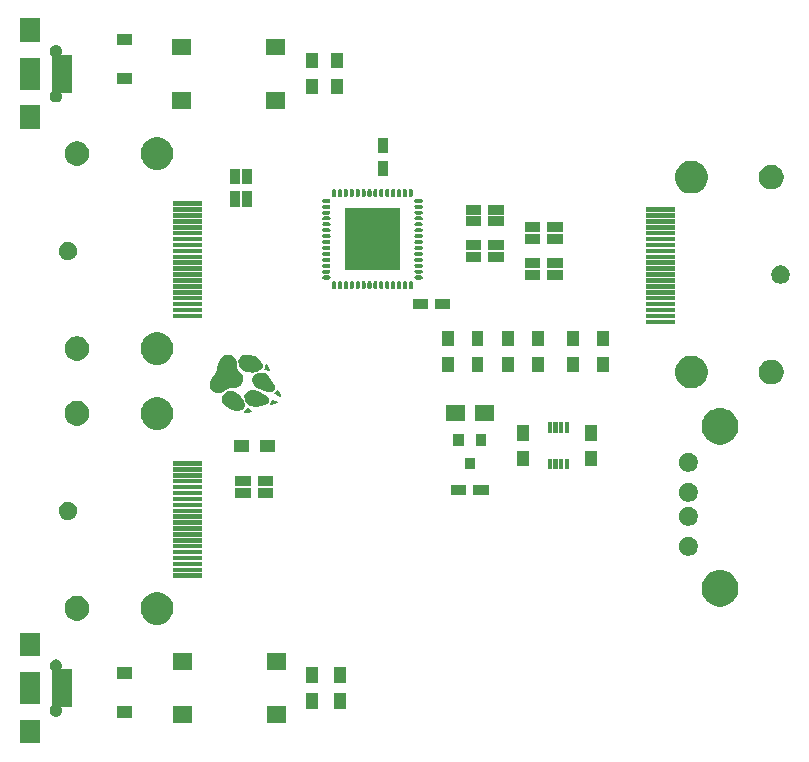
<source format=gbr>
G04 #@! TF.GenerationSoftware,KiCad,Pcbnew,(5.1.2)-2*
G04 #@! TF.CreationDate,2020-12-08T23:46:54+13:00*
G04 #@! TF.ProjectId,DPSwitch,44505377-6974-4636-982e-6b696361645f,rev?*
G04 #@! TF.SameCoordinates,Original*
G04 #@! TF.FileFunction,Soldermask,Top*
G04 #@! TF.FilePolarity,Negative*
%FSLAX46Y46*%
G04 Gerber Fmt 4.6, Leading zero omitted, Abs format (unit mm)*
G04 Created by KiCad (PCBNEW (5.1.2)-2) date 2020-12-08 23:46:54*
%MOMM*%
%LPD*%
G04 APERTURE LIST*
%ADD10C,0.100000*%
G04 APERTURE END LIST*
D10*
G36*
X79670000Y-70596000D02*
G01*
X79846000Y-70423000D01*
X80025000Y-70320000D01*
X80222000Y-70278000D01*
X80379000Y-70283000D01*
X80541000Y-70340000D01*
X80704000Y-70437000D01*
X80833000Y-70568000D01*
X80929000Y-70736000D01*
X80994000Y-70944000D01*
X81029000Y-71194000D01*
X81064000Y-71419000D01*
X81140000Y-71589000D01*
X81277000Y-71746000D01*
X81461000Y-71944000D01*
X81549000Y-72117000D01*
X81573000Y-72328000D01*
X81557000Y-72486000D01*
X81493000Y-72658000D01*
X81401000Y-72825000D01*
X81271000Y-72951000D01*
X81117000Y-73052000D01*
X80955000Y-73096000D01*
X80752000Y-73094000D01*
X80537000Y-73082000D01*
X80377000Y-73102000D01*
X80230000Y-73167000D01*
X80056000Y-73287000D01*
X79862000Y-73412000D01*
X79672000Y-73491000D01*
X79485000Y-73525000D01*
X79302000Y-73514000D01*
X79123000Y-73457000D01*
X78974000Y-73374000D01*
X78867000Y-73258000D01*
X78780000Y-73101000D01*
X78732000Y-72922000D01*
X78727000Y-72734000D01*
X78752000Y-72583000D01*
X78803000Y-72434000D01*
X78888000Y-72269000D01*
X79015000Y-72071000D01*
X79136000Y-71887000D01*
X79227000Y-71727000D01*
X79298000Y-71570000D01*
X79360000Y-71395000D01*
X79422000Y-71181000D01*
X79504000Y-70901000D01*
X79578000Y-70726000D01*
X79670000Y-70596000D01*
X79670000Y-70596000D01*
G37*
G36*
X81368000Y-70428000D02*
G01*
X81485000Y-70354000D01*
X81604000Y-70305000D01*
X81798000Y-70277000D01*
X82011000Y-70277000D01*
X82227000Y-70306000D01*
X82428000Y-70359000D01*
X82600000Y-70436000D01*
X82771000Y-70557000D01*
X82940000Y-70714000D01*
X83089000Y-70884000D01*
X83198000Y-71047000D01*
X83248000Y-71179000D01*
X83227000Y-71333000D01*
X83131000Y-71481000D01*
X82969000Y-71614000D01*
X82749000Y-71721000D01*
X82530000Y-71785000D01*
X82316000Y-71808000D01*
X82101000Y-71790000D01*
X81880000Y-71731000D01*
X81646000Y-71630000D01*
X81433000Y-71511000D01*
X81316000Y-71395000D01*
X81216000Y-71228000D01*
X81164000Y-71044000D01*
X81159000Y-70851000D01*
X81203000Y-70656000D01*
X81264000Y-70529000D01*
X81368000Y-70428000D01*
X81368000Y-70428000D01*
G37*
G36*
X79912000Y-73587000D02*
G01*
X80072000Y-73454000D01*
X80248000Y-73376000D01*
X80442000Y-73353000D01*
X80655000Y-73383000D01*
X80890000Y-73468000D01*
X81092000Y-73576000D01*
X81264000Y-73703000D01*
X81406000Y-73850000D01*
X81522000Y-74021000D01*
X81613000Y-74216000D01*
X81676000Y-74444000D01*
X81685000Y-74648000D01*
X81642000Y-74816000D01*
X81548000Y-74938000D01*
X81402000Y-74997000D01*
X81182000Y-75024000D01*
X80926000Y-75020000D01*
X80675000Y-74986000D01*
X80466000Y-74921000D01*
X80315000Y-74835000D01*
X80160000Y-74716000D01*
X80013000Y-74575000D01*
X79887000Y-74426000D01*
X79794000Y-74281000D01*
X79744000Y-74118000D01*
X79735000Y-73938000D01*
X79771000Y-73784000D01*
X79830000Y-73687000D01*
X79912000Y-73587000D01*
X79912000Y-73587000D01*
G37*
G36*
X82485000Y-72011000D02*
G01*
X82635000Y-71898000D01*
X82811000Y-71826000D01*
X83003000Y-71797000D01*
X83202000Y-71813000D01*
X83395000Y-71874000D01*
X83531000Y-71947000D01*
X83648000Y-72043000D01*
X83775000Y-72191000D01*
X83939000Y-72417000D01*
X84108000Y-72678000D01*
X84208000Y-72880000D01*
X84246000Y-73047000D01*
X84232000Y-73201000D01*
X84162000Y-73350000D01*
X84038000Y-73444000D01*
X83861000Y-73482000D01*
X83632000Y-73465000D01*
X83351000Y-73392000D01*
X83137000Y-73310000D01*
X82939000Y-73212000D01*
X82761000Y-73101000D01*
X82609000Y-72980000D01*
X82485000Y-72852000D01*
X82396000Y-72721000D01*
X82339000Y-72543000D01*
X82337000Y-72347000D01*
X82387000Y-72160000D01*
X82485000Y-72011000D01*
X82485000Y-72011000D01*
G37*
G36*
X81808000Y-73494000D02*
G01*
X81976000Y-73353000D01*
X82195000Y-73283000D01*
X82379000Y-73275000D01*
X82588000Y-73302000D01*
X82812000Y-73363000D01*
X83043000Y-73456000D01*
X83274000Y-73578000D01*
X83510000Y-73738000D01*
X83671000Y-73893000D01*
X83757000Y-74044000D01*
X83770000Y-74192000D01*
X83707000Y-74360000D01*
X83576000Y-74487000D01*
X83369000Y-74579000D01*
X83078000Y-74640000D01*
X82768000Y-74675000D01*
X82512000Y-74681000D01*
X82302000Y-74657000D01*
X82128000Y-74600000D01*
X81983000Y-74509000D01*
X81855000Y-74382000D01*
X81737000Y-74202000D01*
X81674000Y-74016000D01*
X81664000Y-73831000D01*
X81709000Y-73655000D01*
X81808000Y-73494000D01*
X81808000Y-73494000D01*
G37*
G36*
X83494000Y-71082000D02*
G01*
X83615000Y-71191000D01*
X83753000Y-71376000D01*
X83843000Y-71553000D01*
X83835000Y-71698000D01*
X83689000Y-71675000D01*
X83473000Y-71611000D01*
X83340000Y-71552000D01*
X83363000Y-71409000D01*
X83418000Y-71196000D01*
X83494000Y-71082000D01*
X83494000Y-71082000D01*
G37*
G36*
X81659000Y-75061000D02*
G01*
X81778000Y-74886000D01*
X81880000Y-74773000D01*
X82018000Y-74841000D01*
X82211000Y-74968000D01*
X82318000Y-75060000D01*
X82247000Y-75132000D01*
X82042000Y-75191000D01*
X81801000Y-75219000D01*
X81621000Y-75197000D01*
X81659000Y-75061000D01*
X81659000Y-75061000D01*
G37*
G36*
X84285000Y-73410000D02*
G01*
X84378000Y-73236000D01*
X84421000Y-73155000D01*
X84540000Y-73292000D01*
X84652000Y-73489000D01*
X84742000Y-73710000D01*
X84766000Y-73843000D01*
X84697000Y-73869000D01*
X84466000Y-73755000D01*
X84238000Y-73619000D01*
X84190000Y-73528000D01*
X84285000Y-73410000D01*
X84285000Y-73410000D01*
G37*
G36*
X83981000Y-74081000D02*
G01*
X84093000Y-74114000D01*
X84295000Y-74189000D01*
X84518000Y-74285000D01*
X84542000Y-74337000D01*
X84425000Y-74410000D01*
X84201000Y-74488000D01*
X83974000Y-74535000D01*
X83792000Y-74535000D01*
X83824000Y-74452000D01*
X83899000Y-74251000D01*
X83981000Y-74081000D01*
X83981000Y-74081000D01*
G37*
G36*
X64350900Y-103183760D02*
G01*
X62649100Y-103183760D01*
X62649100Y-101182240D01*
X64350900Y-101182240D01*
X64350900Y-103183760D01*
X64350900Y-103183760D01*
G37*
G36*
X85206000Y-101451000D02*
G01*
X83554000Y-101451000D01*
X83554000Y-100049000D01*
X85206000Y-100049000D01*
X85206000Y-101451000D01*
X85206000Y-101451000D01*
G37*
G36*
X77246000Y-101451000D02*
G01*
X75594000Y-101451000D01*
X75594000Y-100049000D01*
X77246000Y-100049000D01*
X77246000Y-101451000D01*
X77246000Y-101451000D01*
G37*
G36*
X72151000Y-101051000D02*
G01*
X70849000Y-101051000D01*
X70849000Y-100049000D01*
X72151000Y-100049000D01*
X72151000Y-101051000D01*
X72151000Y-101051000D01*
G37*
G36*
X65853004Y-96094505D02*
G01*
X65948690Y-96134140D01*
X66034805Y-96191680D01*
X66108040Y-96264915D01*
X66165580Y-96351030D01*
X66205215Y-96446716D01*
X66225420Y-96548295D01*
X66225420Y-96651865D01*
X66205215Y-96753444D01*
X66190574Y-96788791D01*
X66165581Y-96849130D01*
X66156859Y-96862182D01*
X66154549Y-96866504D01*
X66153126Y-96871194D01*
X66152646Y-96876071D01*
X66153126Y-96880948D01*
X66154549Y-96885638D01*
X66156859Y-96889960D01*
X66159968Y-96893748D01*
X66163756Y-96896857D01*
X66168078Y-96899167D01*
X66172768Y-96900590D01*
X66177645Y-96901070D01*
X67048380Y-96901070D01*
X67048380Y-100098930D01*
X66177645Y-100098930D01*
X66172768Y-100099410D01*
X66168078Y-100100833D01*
X66163756Y-100103143D01*
X66159968Y-100106252D01*
X66156859Y-100110040D01*
X66154549Y-100114362D01*
X66153126Y-100119052D01*
X66152646Y-100123929D01*
X66153126Y-100128806D01*
X66154549Y-100133496D01*
X66156859Y-100137818D01*
X66165581Y-100150870D01*
X66190574Y-100211209D01*
X66205215Y-100246556D01*
X66225420Y-100348135D01*
X66225420Y-100451705D01*
X66205215Y-100553284D01*
X66165580Y-100648970D01*
X66108040Y-100735085D01*
X66034805Y-100808320D01*
X65948690Y-100865860D01*
X65853004Y-100905495D01*
X65751425Y-100925700D01*
X65647855Y-100925700D01*
X65546276Y-100905495D01*
X65450590Y-100865860D01*
X65364475Y-100808320D01*
X65291240Y-100735085D01*
X65233700Y-100648970D01*
X65194065Y-100553284D01*
X65173860Y-100451705D01*
X65173860Y-100348135D01*
X65194065Y-100246556D01*
X65233700Y-100150870D01*
X65291240Y-100064755D01*
X65364475Y-99991520D01*
X65386270Y-99976957D01*
X65390058Y-99973848D01*
X65393167Y-99970060D01*
X65395477Y-99965738D01*
X65396900Y-99961048D01*
X65397380Y-99956171D01*
X65397380Y-97043829D01*
X65396900Y-97038952D01*
X65395477Y-97034262D01*
X65393167Y-97029940D01*
X65390058Y-97026152D01*
X65386270Y-97023043D01*
X65364474Y-97008479D01*
X65291241Y-96935246D01*
X65268085Y-96900590D01*
X65233700Y-96849130D01*
X65194065Y-96753444D01*
X65173860Y-96651865D01*
X65173860Y-96548295D01*
X65194065Y-96446716D01*
X65233700Y-96351030D01*
X65291240Y-96264915D01*
X65364475Y-96191680D01*
X65450590Y-96134140D01*
X65546276Y-96094505D01*
X65647855Y-96074300D01*
X65751425Y-96074300D01*
X65853004Y-96094505D01*
X65853004Y-96094505D01*
G37*
G36*
X87901000Y-100251000D02*
G01*
X86899000Y-100251000D01*
X86899000Y-98949000D01*
X87901000Y-98949000D01*
X87901000Y-100251000D01*
X87901000Y-100251000D01*
G37*
G36*
X90251000Y-100251000D02*
G01*
X89249000Y-100251000D01*
X89249000Y-98949000D01*
X90251000Y-98949000D01*
X90251000Y-100251000D01*
X90251000Y-100251000D01*
G37*
G36*
X64350900Y-99851280D02*
G01*
X62649100Y-99851280D01*
X62649100Y-97148720D01*
X64350900Y-97148720D01*
X64350900Y-99851280D01*
X64350900Y-99851280D01*
G37*
G36*
X90251000Y-98051000D02*
G01*
X89249000Y-98051000D01*
X89249000Y-96749000D01*
X90251000Y-96749000D01*
X90251000Y-98051000D01*
X90251000Y-98051000D01*
G37*
G36*
X87901000Y-98051000D02*
G01*
X86899000Y-98051000D01*
X86899000Y-96749000D01*
X87901000Y-96749000D01*
X87901000Y-98051000D01*
X87901000Y-98051000D01*
G37*
G36*
X72151000Y-97751000D02*
G01*
X70849000Y-97751000D01*
X70849000Y-96749000D01*
X72151000Y-96749000D01*
X72151000Y-97751000D01*
X72151000Y-97751000D01*
G37*
G36*
X85206000Y-96951000D02*
G01*
X83554000Y-96951000D01*
X83554000Y-95549000D01*
X85206000Y-95549000D01*
X85206000Y-96951000D01*
X85206000Y-96951000D01*
G37*
G36*
X77246000Y-96951000D02*
G01*
X75594000Y-96951000D01*
X75594000Y-95549000D01*
X77246000Y-95549000D01*
X77246000Y-96951000D01*
X77246000Y-96951000D01*
G37*
G36*
X64350900Y-95817760D02*
G01*
X62649100Y-95817760D01*
X62649100Y-93816240D01*
X64350900Y-93816240D01*
X64350900Y-95817760D01*
X64350900Y-95817760D01*
G37*
G36*
X74662823Y-90422071D02*
G01*
X74914149Y-90526174D01*
X75140336Y-90677307D01*
X75332693Y-90869664D01*
X75483826Y-91095851D01*
X75587929Y-91347177D01*
X75641000Y-91613983D01*
X75641000Y-91886017D01*
X75587929Y-92152823D01*
X75483826Y-92404149D01*
X75332693Y-92630336D01*
X75140336Y-92822693D01*
X74914149Y-92973826D01*
X74662823Y-93077929D01*
X74396017Y-93131000D01*
X74123983Y-93131000D01*
X73857177Y-93077929D01*
X73605851Y-92973826D01*
X73379664Y-92822693D01*
X73187307Y-92630336D01*
X73036174Y-92404149D01*
X72932071Y-92152823D01*
X72879000Y-91886017D01*
X72879000Y-91613983D01*
X72932071Y-91347177D01*
X73036174Y-91095851D01*
X73187307Y-90869664D01*
X73379664Y-90677307D01*
X73605851Y-90526174D01*
X73857177Y-90422071D01*
X74123983Y-90369000D01*
X74396017Y-90369000D01*
X74662823Y-90422071D01*
X74662823Y-90422071D01*
G37*
G36*
X67783940Y-90748043D02*
G01*
X67973572Y-90826591D01*
X68144236Y-90940626D01*
X68289374Y-91085764D01*
X68403409Y-91256428D01*
X68481957Y-91446060D01*
X68522000Y-91647372D01*
X68522000Y-91852628D01*
X68481957Y-92053940D01*
X68403409Y-92243572D01*
X68289374Y-92414236D01*
X68144236Y-92559374D01*
X67973572Y-92673409D01*
X67783940Y-92751957D01*
X67582628Y-92792000D01*
X67377372Y-92792000D01*
X67176060Y-92751957D01*
X66986428Y-92673409D01*
X66815764Y-92559374D01*
X66670626Y-92414236D01*
X66556591Y-92243572D01*
X66478043Y-92053940D01*
X66438000Y-91852628D01*
X66438000Y-91647372D01*
X66478043Y-91446060D01*
X66556591Y-91256428D01*
X66670626Y-91085764D01*
X66815764Y-90940626D01*
X66986428Y-90826591D01*
X67176060Y-90748043D01*
X67377372Y-90708000D01*
X67582628Y-90708000D01*
X67783940Y-90748043D01*
X67783940Y-90748043D01*
G37*
G36*
X122272527Y-88548736D02*
G01*
X122372411Y-88568604D01*
X122654674Y-88685521D01*
X122908706Y-88855260D01*
X123124740Y-89071294D01*
X123294479Y-89325326D01*
X123411396Y-89607589D01*
X123471000Y-89907242D01*
X123471000Y-90212758D01*
X123411396Y-90512411D01*
X123330380Y-90708000D01*
X123294479Y-90794674D01*
X123124741Y-91048705D01*
X122908705Y-91264741D01*
X122654674Y-91434479D01*
X122372411Y-91551396D01*
X122272527Y-91571264D01*
X122072760Y-91611000D01*
X121767240Y-91611000D01*
X121567473Y-91571264D01*
X121467589Y-91551396D01*
X121185326Y-91434479D01*
X120931295Y-91264741D01*
X120715259Y-91048705D01*
X120545521Y-90794674D01*
X120509620Y-90708000D01*
X120428604Y-90512411D01*
X120369000Y-90212758D01*
X120369000Y-89907242D01*
X120428604Y-89607589D01*
X120545521Y-89325326D01*
X120715260Y-89071294D01*
X120931294Y-88855260D01*
X121185326Y-88685521D01*
X121467589Y-88568604D01*
X121567473Y-88548736D01*
X121767240Y-88509000D01*
X122072760Y-88509000D01*
X122272527Y-88548736D01*
X122272527Y-88548736D01*
G37*
G36*
X78111000Y-89191000D02*
G01*
X75609000Y-89191000D01*
X75609000Y-88809000D01*
X78111000Y-88809000D01*
X78111000Y-89191000D01*
X78111000Y-89191000D01*
G37*
G36*
X78111000Y-88691000D02*
G01*
X75609000Y-88691000D01*
X75609000Y-88309000D01*
X78111000Y-88309000D01*
X78111000Y-88691000D01*
X78111000Y-88691000D01*
G37*
G36*
X78111000Y-88191000D02*
G01*
X75609000Y-88191000D01*
X75609000Y-87809000D01*
X78111000Y-87809000D01*
X78111000Y-88191000D01*
X78111000Y-88191000D01*
G37*
G36*
X78111000Y-87691000D02*
G01*
X75609000Y-87691000D01*
X75609000Y-87309000D01*
X78111000Y-87309000D01*
X78111000Y-87691000D01*
X78111000Y-87691000D01*
G37*
G36*
X119432059Y-85719521D02*
G01*
X119483644Y-85729782D01*
X119556530Y-85759973D01*
X119629416Y-85790163D01*
X119760608Y-85877822D01*
X119872178Y-85989392D01*
X119959837Y-86120584D01*
X120020218Y-86266357D01*
X120051000Y-86421108D01*
X120051000Y-86578892D01*
X120020218Y-86733643D01*
X119959837Y-86879416D01*
X119872178Y-87010608D01*
X119760608Y-87122178D01*
X119629416Y-87209837D01*
X119556529Y-87240028D01*
X119483644Y-87270218D01*
X119432059Y-87280479D01*
X119328892Y-87301000D01*
X119171108Y-87301000D01*
X119067941Y-87280479D01*
X119016356Y-87270218D01*
X118943471Y-87240028D01*
X118870584Y-87209837D01*
X118739392Y-87122178D01*
X118627822Y-87010608D01*
X118540163Y-86879416D01*
X118479782Y-86733643D01*
X118449000Y-86578892D01*
X118449000Y-86421108D01*
X118479782Y-86266357D01*
X118540163Y-86120584D01*
X118627822Y-85989392D01*
X118739392Y-85877822D01*
X118870584Y-85790163D01*
X118943470Y-85759973D01*
X119016356Y-85729782D01*
X119067941Y-85719521D01*
X119171108Y-85699000D01*
X119328892Y-85699000D01*
X119432059Y-85719521D01*
X119432059Y-85719521D01*
G37*
G36*
X78111000Y-87191000D02*
G01*
X75609000Y-87191000D01*
X75609000Y-86809000D01*
X78111000Y-86809000D01*
X78111000Y-87191000D01*
X78111000Y-87191000D01*
G37*
G36*
X78111000Y-86691000D02*
G01*
X75609000Y-86691000D01*
X75609000Y-86309000D01*
X78111000Y-86309000D01*
X78111000Y-86691000D01*
X78111000Y-86691000D01*
G37*
G36*
X78111000Y-86191000D02*
G01*
X75609000Y-86191000D01*
X75609000Y-85809000D01*
X78111000Y-85809000D01*
X78111000Y-86191000D01*
X78111000Y-86191000D01*
G37*
G36*
X78111000Y-85691000D02*
G01*
X75609000Y-85691000D01*
X75609000Y-85309000D01*
X78111000Y-85309000D01*
X78111000Y-85691000D01*
X78111000Y-85691000D01*
G37*
G36*
X78111000Y-85191000D02*
G01*
X75609000Y-85191000D01*
X75609000Y-84809000D01*
X78111000Y-84809000D01*
X78111000Y-85191000D01*
X78111000Y-85191000D01*
G37*
G36*
X119432059Y-83179521D02*
G01*
X119483644Y-83189782D01*
X119486584Y-83191000D01*
X119629416Y-83250163D01*
X119760608Y-83337822D01*
X119872178Y-83449392D01*
X119959837Y-83580584D01*
X120020218Y-83726357D01*
X120051000Y-83881108D01*
X120051000Y-84038892D01*
X120020218Y-84193643D01*
X119959837Y-84339416D01*
X119872178Y-84470608D01*
X119760608Y-84582178D01*
X119629416Y-84669837D01*
X119578324Y-84691000D01*
X119483644Y-84730218D01*
X119432059Y-84740479D01*
X119328892Y-84761000D01*
X119171108Y-84761000D01*
X119067941Y-84740479D01*
X119016356Y-84730218D01*
X118921676Y-84691000D01*
X118870584Y-84669837D01*
X118739392Y-84582178D01*
X118627822Y-84470608D01*
X118540163Y-84339416D01*
X118479782Y-84193643D01*
X118449000Y-84038892D01*
X118449000Y-83881108D01*
X118479782Y-83726357D01*
X118540163Y-83580584D01*
X118627822Y-83449392D01*
X118739392Y-83337822D01*
X118870584Y-83250163D01*
X119013416Y-83191000D01*
X119016356Y-83189782D01*
X119067941Y-83179521D01*
X119171108Y-83159000D01*
X119328892Y-83159000D01*
X119432059Y-83179521D01*
X119432059Y-83179521D01*
G37*
G36*
X78111000Y-84691000D02*
G01*
X75609000Y-84691000D01*
X75609000Y-84309000D01*
X78111000Y-84309000D01*
X78111000Y-84691000D01*
X78111000Y-84691000D01*
G37*
G36*
X66926351Y-82753821D02*
G01*
X67067574Y-82812317D01*
X67194671Y-82897241D01*
X67302759Y-83005329D01*
X67387683Y-83132426D01*
X67446179Y-83273649D01*
X67476000Y-83423571D01*
X67476000Y-83576429D01*
X67446179Y-83726351D01*
X67387683Y-83867574D01*
X67302759Y-83994671D01*
X67194671Y-84102759D01*
X67067574Y-84187683D01*
X66926351Y-84246179D01*
X66776429Y-84276000D01*
X66623571Y-84276000D01*
X66473649Y-84246179D01*
X66332426Y-84187683D01*
X66205329Y-84102759D01*
X66097241Y-83994671D01*
X66012317Y-83867574D01*
X65953821Y-83726351D01*
X65924000Y-83576429D01*
X65924000Y-83423571D01*
X65953821Y-83273649D01*
X66012317Y-83132426D01*
X66097241Y-83005329D01*
X66205329Y-82897241D01*
X66332426Y-82812317D01*
X66473649Y-82753821D01*
X66623571Y-82724000D01*
X66776429Y-82724000D01*
X66926351Y-82753821D01*
X66926351Y-82753821D01*
G37*
G36*
X78111000Y-84191000D02*
G01*
X75609000Y-84191000D01*
X75609000Y-83809000D01*
X78111000Y-83809000D01*
X78111000Y-84191000D01*
X78111000Y-84191000D01*
G37*
G36*
X78111000Y-83691000D02*
G01*
X75609000Y-83691000D01*
X75609000Y-83309000D01*
X78111000Y-83309000D01*
X78111000Y-83691000D01*
X78111000Y-83691000D01*
G37*
G36*
X78111000Y-83191000D02*
G01*
X75609000Y-83191000D01*
X75609000Y-82809000D01*
X78111000Y-82809000D01*
X78111000Y-83191000D01*
X78111000Y-83191000D01*
G37*
G36*
X119432059Y-81149521D02*
G01*
X119483644Y-81159782D01*
X119556530Y-81189973D01*
X119629416Y-81220163D01*
X119760608Y-81307822D01*
X119872178Y-81419392D01*
X119959837Y-81550584D01*
X119959837Y-81550585D01*
X120020218Y-81696356D01*
X120051000Y-81851110D01*
X120051000Y-82008890D01*
X120020218Y-82163644D01*
X119990027Y-82236530D01*
X119959837Y-82309416D01*
X119872178Y-82440608D01*
X119760608Y-82552178D01*
X119629416Y-82639837D01*
X119556529Y-82670028D01*
X119483644Y-82700218D01*
X119432059Y-82710479D01*
X119328892Y-82731000D01*
X119171108Y-82731000D01*
X119067941Y-82710479D01*
X119016356Y-82700218D01*
X118943471Y-82670028D01*
X118870584Y-82639837D01*
X118739392Y-82552178D01*
X118627822Y-82440608D01*
X118540163Y-82309416D01*
X118509973Y-82236530D01*
X118479782Y-82163644D01*
X118449000Y-82008890D01*
X118449000Y-81851110D01*
X118479782Y-81696356D01*
X118540163Y-81550585D01*
X118540163Y-81550584D01*
X118627822Y-81419392D01*
X118739392Y-81307822D01*
X118870584Y-81220163D01*
X118943470Y-81189973D01*
X119016356Y-81159782D01*
X119067941Y-81149521D01*
X119171108Y-81129000D01*
X119328892Y-81129000D01*
X119432059Y-81149521D01*
X119432059Y-81149521D01*
G37*
G36*
X78111000Y-82691000D02*
G01*
X75609000Y-82691000D01*
X75609000Y-82309000D01*
X78111000Y-82309000D01*
X78111000Y-82691000D01*
X78111000Y-82691000D01*
G37*
G36*
X84101000Y-82426000D02*
G01*
X82799000Y-82426000D01*
X82799000Y-81574000D01*
X84101000Y-81574000D01*
X84101000Y-82426000D01*
X84101000Y-82426000D01*
G37*
G36*
X82201000Y-82426000D02*
G01*
X80899000Y-82426000D01*
X80899000Y-81574000D01*
X82201000Y-81574000D01*
X82201000Y-82426000D01*
X82201000Y-82426000D01*
G37*
G36*
X78111000Y-82191000D02*
G01*
X75609000Y-82191000D01*
X75609000Y-81809000D01*
X78111000Y-81809000D01*
X78111000Y-82191000D01*
X78111000Y-82191000D01*
G37*
G36*
X100451000Y-82176000D02*
G01*
X99149000Y-82176000D01*
X99149000Y-81324000D01*
X100451000Y-81324000D01*
X100451000Y-82176000D01*
X100451000Y-82176000D01*
G37*
G36*
X102351000Y-82176000D02*
G01*
X101049000Y-82176000D01*
X101049000Y-81324000D01*
X102351000Y-81324000D01*
X102351000Y-82176000D01*
X102351000Y-82176000D01*
G37*
G36*
X78111000Y-81691000D02*
G01*
X75609000Y-81691000D01*
X75609000Y-81309000D01*
X78111000Y-81309000D01*
X78111000Y-81691000D01*
X78111000Y-81691000D01*
G37*
G36*
X82201000Y-81426000D02*
G01*
X80899000Y-81426000D01*
X80899000Y-80574000D01*
X82201000Y-80574000D01*
X82201000Y-81426000D01*
X82201000Y-81426000D01*
G37*
G36*
X84101000Y-81426000D02*
G01*
X82799000Y-81426000D01*
X82799000Y-80574000D01*
X84101000Y-80574000D01*
X84101000Y-81426000D01*
X84101000Y-81426000D01*
G37*
G36*
X78111000Y-81191000D02*
G01*
X75609000Y-81191000D01*
X75609000Y-80809000D01*
X78111000Y-80809000D01*
X78111000Y-81191000D01*
X78111000Y-81191000D01*
G37*
G36*
X78111000Y-80691000D02*
G01*
X75609000Y-80691000D01*
X75609000Y-80309000D01*
X78111000Y-80309000D01*
X78111000Y-80691000D01*
X78111000Y-80691000D01*
G37*
G36*
X119432059Y-78609521D02*
G01*
X119483644Y-78619782D01*
X119556530Y-78649973D01*
X119629416Y-78680163D01*
X119760608Y-78767822D01*
X119872178Y-78879392D01*
X119959837Y-79010584D01*
X119959837Y-79010585D01*
X120006816Y-79124000D01*
X120020218Y-79156357D01*
X120051000Y-79311108D01*
X120051000Y-79468892D01*
X120020218Y-79623643D01*
X119959837Y-79769416D01*
X119872178Y-79900608D01*
X119760608Y-80012178D01*
X119629416Y-80099837D01*
X119556530Y-80130027D01*
X119483644Y-80160218D01*
X119432059Y-80170479D01*
X119328892Y-80191000D01*
X119171108Y-80191000D01*
X119067941Y-80170479D01*
X119016356Y-80160218D01*
X118943471Y-80130028D01*
X118870584Y-80099837D01*
X118739392Y-80012178D01*
X118627822Y-79900608D01*
X118540163Y-79769416D01*
X118479782Y-79623643D01*
X118449000Y-79468892D01*
X118449000Y-79311108D01*
X118479782Y-79156357D01*
X118493185Y-79124000D01*
X118540163Y-79010585D01*
X118540163Y-79010584D01*
X118627822Y-78879392D01*
X118739392Y-78767822D01*
X118870584Y-78680163D01*
X118943470Y-78649973D01*
X119016356Y-78619782D01*
X119067941Y-78609521D01*
X119171108Y-78589000D01*
X119328892Y-78589000D01*
X119432059Y-78609521D01*
X119432059Y-78609521D01*
G37*
G36*
X78111000Y-80191000D02*
G01*
X75609000Y-80191000D01*
X75609000Y-79809000D01*
X78111000Y-79809000D01*
X78111000Y-80191000D01*
X78111000Y-80191000D01*
G37*
G36*
X101201000Y-80001000D02*
G01*
X100299000Y-80001000D01*
X100299000Y-78999000D01*
X101201000Y-78999000D01*
X101201000Y-80001000D01*
X101201000Y-80001000D01*
G37*
G36*
X107676000Y-79976000D02*
G01*
X107324000Y-79976000D01*
X107324000Y-79124000D01*
X107676000Y-79124000D01*
X107676000Y-79976000D01*
X107676000Y-79976000D01*
G37*
G36*
X108176000Y-79976000D02*
G01*
X107824000Y-79976000D01*
X107824000Y-79124000D01*
X108176000Y-79124000D01*
X108176000Y-79976000D01*
X108176000Y-79976000D01*
G37*
G36*
X108676000Y-79976000D02*
G01*
X108324000Y-79976000D01*
X108324000Y-79124000D01*
X108676000Y-79124000D01*
X108676000Y-79976000D01*
X108676000Y-79976000D01*
G37*
G36*
X109176000Y-79976000D02*
G01*
X108824000Y-79976000D01*
X108824000Y-79124000D01*
X109176000Y-79124000D01*
X109176000Y-79976000D01*
X109176000Y-79976000D01*
G37*
G36*
X111501000Y-79751000D02*
G01*
X110499000Y-79751000D01*
X110499000Y-78449000D01*
X111501000Y-78449000D01*
X111501000Y-79751000D01*
X111501000Y-79751000D01*
G37*
G36*
X105751000Y-79751000D02*
G01*
X104749000Y-79751000D01*
X104749000Y-78449000D01*
X105751000Y-78449000D01*
X105751000Y-79751000D01*
X105751000Y-79751000D01*
G37*
G36*
X78111000Y-79691000D02*
G01*
X75609000Y-79691000D01*
X75609000Y-79309000D01*
X78111000Y-79309000D01*
X78111000Y-79691000D01*
X78111000Y-79691000D01*
G37*
G36*
X82051000Y-78501000D02*
G01*
X80749000Y-78501000D01*
X80749000Y-77499000D01*
X82051000Y-77499000D01*
X82051000Y-78501000D01*
X82051000Y-78501000D01*
G37*
G36*
X84251000Y-78501000D02*
G01*
X82949000Y-78501000D01*
X82949000Y-77499000D01*
X84251000Y-77499000D01*
X84251000Y-78501000D01*
X84251000Y-78501000D01*
G37*
G36*
X100251000Y-78001000D02*
G01*
X99349000Y-78001000D01*
X99349000Y-76999000D01*
X100251000Y-76999000D01*
X100251000Y-78001000D01*
X100251000Y-78001000D01*
G37*
G36*
X102151000Y-78001000D02*
G01*
X101249000Y-78001000D01*
X101249000Y-76999000D01*
X102151000Y-76999000D01*
X102151000Y-78001000D01*
X102151000Y-78001000D01*
G37*
G36*
X122272527Y-74828736D02*
G01*
X122372411Y-74848604D01*
X122607691Y-74946060D01*
X122654674Y-74965521D01*
X122908705Y-75135259D01*
X123124741Y-75351295D01*
X123147940Y-75386015D01*
X123294479Y-75605326D01*
X123411396Y-75887589D01*
X123419036Y-75926000D01*
X123471000Y-76187240D01*
X123471000Y-76492760D01*
X123411396Y-76792410D01*
X123294479Y-77074674D01*
X123124741Y-77328705D01*
X122908705Y-77544741D01*
X122654674Y-77714479D01*
X122372411Y-77831396D01*
X122272527Y-77851264D01*
X122072760Y-77891000D01*
X121767240Y-77891000D01*
X121567473Y-77851264D01*
X121467589Y-77831396D01*
X121185326Y-77714479D01*
X120931295Y-77544741D01*
X120715259Y-77328705D01*
X120545521Y-77074674D01*
X120428604Y-76792410D01*
X120369000Y-76492760D01*
X120369000Y-76187240D01*
X120420964Y-75926000D01*
X120428604Y-75887589D01*
X120545521Y-75605326D01*
X120692060Y-75386015D01*
X120715259Y-75351295D01*
X120931295Y-75135259D01*
X121185326Y-74965521D01*
X121232309Y-74946060D01*
X121467589Y-74848604D01*
X121567473Y-74828736D01*
X121767240Y-74789000D01*
X122072760Y-74789000D01*
X122272527Y-74828736D01*
X122272527Y-74828736D01*
G37*
G36*
X111501000Y-77551000D02*
G01*
X110499000Y-77551000D01*
X110499000Y-76249000D01*
X111501000Y-76249000D01*
X111501000Y-77551000D01*
X111501000Y-77551000D01*
G37*
G36*
X105751000Y-77551000D02*
G01*
X104749000Y-77551000D01*
X104749000Y-76249000D01*
X105751000Y-76249000D01*
X105751000Y-77551000D01*
X105751000Y-77551000D01*
G37*
G36*
X107676000Y-76876000D02*
G01*
X107324000Y-76876000D01*
X107324000Y-76024000D01*
X107676000Y-76024000D01*
X107676000Y-76876000D01*
X107676000Y-76876000D01*
G37*
G36*
X109176000Y-76876000D02*
G01*
X108824000Y-76876000D01*
X108824000Y-76024000D01*
X109176000Y-76024000D01*
X109176000Y-76876000D01*
X109176000Y-76876000D01*
G37*
G36*
X108176000Y-76876000D02*
G01*
X107824000Y-76876000D01*
X107824000Y-76024000D01*
X108176000Y-76024000D01*
X108176000Y-76876000D01*
X108176000Y-76876000D01*
G37*
G36*
X108676000Y-76876000D02*
G01*
X108324000Y-76876000D01*
X108324000Y-76024000D01*
X108676000Y-76024000D01*
X108676000Y-76876000D01*
X108676000Y-76876000D01*
G37*
G36*
X74662823Y-73922071D02*
G01*
X74914149Y-74026174D01*
X75140336Y-74177307D01*
X75332693Y-74369664D01*
X75483826Y-74595851D01*
X75587929Y-74847177D01*
X75641000Y-75113983D01*
X75641000Y-75386017D01*
X75587929Y-75652823D01*
X75483826Y-75904149D01*
X75332693Y-76130336D01*
X75140336Y-76322693D01*
X74914149Y-76473826D01*
X74662823Y-76577929D01*
X74396017Y-76631000D01*
X74123983Y-76631000D01*
X73857177Y-76577929D01*
X73605851Y-76473826D01*
X73379664Y-76322693D01*
X73187307Y-76130336D01*
X73036174Y-75904149D01*
X72932071Y-75652823D01*
X72879000Y-75386017D01*
X72879000Y-75113983D01*
X72932071Y-74847177D01*
X73036174Y-74595851D01*
X73187307Y-74369664D01*
X73379664Y-74177307D01*
X73605851Y-74026174D01*
X73857177Y-73922071D01*
X74123983Y-73869000D01*
X74396017Y-73869000D01*
X74662823Y-73922071D01*
X74662823Y-73922071D01*
G37*
G36*
X67783940Y-74248043D02*
G01*
X67973572Y-74326591D01*
X68144236Y-74440626D01*
X68289374Y-74585764D01*
X68403409Y-74756428D01*
X68481957Y-74946060D01*
X68522000Y-75147372D01*
X68522000Y-75352628D01*
X68481957Y-75553940D01*
X68403409Y-75743572D01*
X68289374Y-75914236D01*
X68144236Y-76059374D01*
X67973572Y-76173409D01*
X67783940Y-76251957D01*
X67582628Y-76292000D01*
X67377372Y-76292000D01*
X67176060Y-76251957D01*
X66986428Y-76173409D01*
X66815764Y-76059374D01*
X66670626Y-75914236D01*
X66556591Y-75743572D01*
X66478043Y-75553940D01*
X66438000Y-75352628D01*
X66438000Y-75147372D01*
X66478043Y-74946060D01*
X66556591Y-74756428D01*
X66670626Y-74585764D01*
X66815764Y-74440626D01*
X66986428Y-74326591D01*
X67176060Y-74248043D01*
X67377372Y-74208000D01*
X67582628Y-74208000D01*
X67783940Y-74248043D01*
X67783940Y-74248043D01*
G37*
G36*
X100301000Y-75926000D02*
G01*
X98699000Y-75926000D01*
X98699000Y-74574000D01*
X100301000Y-74574000D01*
X100301000Y-75926000D01*
X100301000Y-75926000D01*
G37*
G36*
X102801000Y-75926000D02*
G01*
X101199000Y-75926000D01*
X101199000Y-74574000D01*
X102801000Y-74574000D01*
X102801000Y-75926000D01*
X102801000Y-75926000D01*
G37*
G36*
X119892823Y-70422071D02*
G01*
X120144149Y-70526174D01*
X120370336Y-70677307D01*
X120562693Y-70869664D01*
X120713826Y-71095851D01*
X120817929Y-71347177D01*
X120871000Y-71613983D01*
X120871000Y-71886017D01*
X120817929Y-72152823D01*
X120713826Y-72404149D01*
X120562693Y-72630336D01*
X120370336Y-72822693D01*
X120144149Y-72973826D01*
X119892823Y-73077929D01*
X119626017Y-73131000D01*
X119353983Y-73131000D01*
X119087177Y-73077929D01*
X118835851Y-72973826D01*
X118609664Y-72822693D01*
X118417307Y-72630336D01*
X118266174Y-72404149D01*
X118162071Y-72152823D01*
X118109000Y-71886017D01*
X118109000Y-71613983D01*
X118162071Y-71347177D01*
X118266174Y-71095851D01*
X118417307Y-70869664D01*
X118609664Y-70677307D01*
X118835851Y-70526174D01*
X119087177Y-70422071D01*
X119353983Y-70369000D01*
X119626017Y-70369000D01*
X119892823Y-70422071D01*
X119892823Y-70422071D01*
G37*
G36*
X126573940Y-70748043D02*
G01*
X126763572Y-70826591D01*
X126934236Y-70940626D01*
X127079374Y-71085764D01*
X127193409Y-71256428D01*
X127271957Y-71446060D01*
X127312000Y-71647372D01*
X127312000Y-71852628D01*
X127271957Y-72053940D01*
X127193409Y-72243572D01*
X127079374Y-72414236D01*
X126934236Y-72559374D01*
X126763572Y-72673409D01*
X126573940Y-72751957D01*
X126372628Y-72792000D01*
X126167372Y-72792000D01*
X125966060Y-72751957D01*
X125776428Y-72673409D01*
X125605764Y-72559374D01*
X125460626Y-72414236D01*
X125346591Y-72243572D01*
X125268043Y-72053940D01*
X125228000Y-71852628D01*
X125228000Y-71647372D01*
X125268043Y-71446060D01*
X125346591Y-71256428D01*
X125460626Y-71085764D01*
X125605764Y-70940626D01*
X125776428Y-70826591D01*
X125966060Y-70748043D01*
X126167372Y-70708000D01*
X126372628Y-70708000D01*
X126573940Y-70748043D01*
X126573940Y-70748043D01*
G37*
G36*
X101901000Y-71751000D02*
G01*
X100899000Y-71751000D01*
X100899000Y-70449000D01*
X101901000Y-70449000D01*
X101901000Y-71751000D01*
X101901000Y-71751000D01*
G37*
G36*
X107001000Y-71751000D02*
G01*
X105999000Y-71751000D01*
X105999000Y-70449000D01*
X107001000Y-70449000D01*
X107001000Y-71751000D01*
X107001000Y-71751000D01*
G37*
G36*
X104501000Y-71751000D02*
G01*
X103499000Y-71751000D01*
X103499000Y-70449000D01*
X104501000Y-70449000D01*
X104501000Y-71751000D01*
X104501000Y-71751000D01*
G37*
G36*
X112501000Y-71751000D02*
G01*
X111499000Y-71751000D01*
X111499000Y-70449000D01*
X112501000Y-70449000D01*
X112501000Y-71751000D01*
X112501000Y-71751000D01*
G37*
G36*
X99401000Y-71751000D02*
G01*
X98399000Y-71751000D01*
X98399000Y-70449000D01*
X99401000Y-70449000D01*
X99401000Y-71751000D01*
X99401000Y-71751000D01*
G37*
G36*
X110001000Y-71751000D02*
G01*
X108999000Y-71751000D01*
X108999000Y-70449000D01*
X110001000Y-70449000D01*
X110001000Y-71751000D01*
X110001000Y-71751000D01*
G37*
G36*
X74662823Y-68422071D02*
G01*
X74914149Y-68526174D01*
X75140336Y-68677307D01*
X75332693Y-68869664D01*
X75483826Y-69095851D01*
X75587929Y-69347177D01*
X75641000Y-69613983D01*
X75641000Y-69886017D01*
X75587929Y-70152823D01*
X75483826Y-70404149D01*
X75332693Y-70630336D01*
X75140336Y-70822693D01*
X74914149Y-70973826D01*
X74662823Y-71077929D01*
X74396017Y-71131000D01*
X74123983Y-71131000D01*
X73857177Y-71077929D01*
X73605851Y-70973826D01*
X73379664Y-70822693D01*
X73187307Y-70630336D01*
X73036174Y-70404149D01*
X72932071Y-70152823D01*
X72879000Y-69886017D01*
X72879000Y-69613983D01*
X72932071Y-69347177D01*
X73036174Y-69095851D01*
X73187307Y-68869664D01*
X73379664Y-68677307D01*
X73605851Y-68526174D01*
X73857177Y-68422071D01*
X74123983Y-68369000D01*
X74396017Y-68369000D01*
X74662823Y-68422071D01*
X74662823Y-68422071D01*
G37*
G36*
X67783940Y-68748043D02*
G01*
X67973572Y-68826591D01*
X68144236Y-68940626D01*
X68289374Y-69085764D01*
X68403409Y-69256428D01*
X68481957Y-69446060D01*
X68522000Y-69647372D01*
X68522000Y-69852628D01*
X68481957Y-70053940D01*
X68403409Y-70243572D01*
X68289374Y-70414236D01*
X68144236Y-70559374D01*
X67973572Y-70673409D01*
X67783940Y-70751957D01*
X67582628Y-70792000D01*
X67377372Y-70792000D01*
X67176060Y-70751957D01*
X66986428Y-70673409D01*
X66815764Y-70559374D01*
X66670626Y-70414236D01*
X66556591Y-70243572D01*
X66478043Y-70053940D01*
X66438000Y-69852628D01*
X66438000Y-69647372D01*
X66478043Y-69446060D01*
X66556591Y-69256428D01*
X66670626Y-69085764D01*
X66815764Y-68940626D01*
X66986428Y-68826591D01*
X67176060Y-68748043D01*
X67377372Y-68708000D01*
X67582628Y-68708000D01*
X67783940Y-68748043D01*
X67783940Y-68748043D01*
G37*
G36*
X112501000Y-69551000D02*
G01*
X111499000Y-69551000D01*
X111499000Y-68249000D01*
X112501000Y-68249000D01*
X112501000Y-69551000D01*
X112501000Y-69551000D01*
G37*
G36*
X101901000Y-69551000D02*
G01*
X100899000Y-69551000D01*
X100899000Y-68249000D01*
X101901000Y-68249000D01*
X101901000Y-69551000D01*
X101901000Y-69551000D01*
G37*
G36*
X99401000Y-69551000D02*
G01*
X98399000Y-69551000D01*
X98399000Y-68249000D01*
X99401000Y-68249000D01*
X99401000Y-69551000D01*
X99401000Y-69551000D01*
G37*
G36*
X104501000Y-69551000D02*
G01*
X103499000Y-69551000D01*
X103499000Y-68249000D01*
X104501000Y-68249000D01*
X104501000Y-69551000D01*
X104501000Y-69551000D01*
G37*
G36*
X107001000Y-69551000D02*
G01*
X105999000Y-69551000D01*
X105999000Y-68249000D01*
X107001000Y-68249000D01*
X107001000Y-69551000D01*
X107001000Y-69551000D01*
G37*
G36*
X110001000Y-69551000D02*
G01*
X108999000Y-69551000D01*
X108999000Y-68249000D01*
X110001000Y-68249000D01*
X110001000Y-69551000D01*
X110001000Y-69551000D01*
G37*
G36*
X118141000Y-67691000D02*
G01*
X115639000Y-67691000D01*
X115639000Y-67309000D01*
X118141000Y-67309000D01*
X118141000Y-67691000D01*
X118141000Y-67691000D01*
G37*
G36*
X118141000Y-67191000D02*
G01*
X115639000Y-67191000D01*
X115639000Y-66809000D01*
X118141000Y-66809000D01*
X118141000Y-67191000D01*
X118141000Y-67191000D01*
G37*
G36*
X78111000Y-67191000D02*
G01*
X75609000Y-67191000D01*
X75609000Y-66809000D01*
X78111000Y-66809000D01*
X78111000Y-67191000D01*
X78111000Y-67191000D01*
G37*
G36*
X78111000Y-66691000D02*
G01*
X75609000Y-66691000D01*
X75609000Y-66309000D01*
X78111000Y-66309000D01*
X78111000Y-66691000D01*
X78111000Y-66691000D01*
G37*
G36*
X118141000Y-66691000D02*
G01*
X115639000Y-66691000D01*
X115639000Y-66309000D01*
X118141000Y-66309000D01*
X118141000Y-66691000D01*
X118141000Y-66691000D01*
G37*
G36*
X97201000Y-66426000D02*
G01*
X95899000Y-66426000D01*
X95899000Y-65574000D01*
X97201000Y-65574000D01*
X97201000Y-66426000D01*
X97201000Y-66426000D01*
G37*
G36*
X99101000Y-66426000D02*
G01*
X97799000Y-66426000D01*
X97799000Y-65574000D01*
X99101000Y-65574000D01*
X99101000Y-66426000D01*
X99101000Y-66426000D01*
G37*
G36*
X118141000Y-66191000D02*
G01*
X115639000Y-66191000D01*
X115639000Y-65809000D01*
X118141000Y-65809000D01*
X118141000Y-66191000D01*
X118141000Y-66191000D01*
G37*
G36*
X78111000Y-66191000D02*
G01*
X75609000Y-66191000D01*
X75609000Y-65809000D01*
X78111000Y-65809000D01*
X78111000Y-66191000D01*
X78111000Y-66191000D01*
G37*
G36*
X78111000Y-65691000D02*
G01*
X75609000Y-65691000D01*
X75609000Y-65309000D01*
X78111000Y-65309000D01*
X78111000Y-65691000D01*
X78111000Y-65691000D01*
G37*
G36*
X118141000Y-65691000D02*
G01*
X115639000Y-65691000D01*
X115639000Y-65309000D01*
X118141000Y-65309000D01*
X118141000Y-65691000D01*
X118141000Y-65691000D01*
G37*
G36*
X118141000Y-65191000D02*
G01*
X115639000Y-65191000D01*
X115639000Y-64809000D01*
X118141000Y-64809000D01*
X118141000Y-65191000D01*
X118141000Y-65191000D01*
G37*
G36*
X78111000Y-65191000D02*
G01*
X75609000Y-65191000D01*
X75609000Y-64809000D01*
X78111000Y-64809000D01*
X78111000Y-65191000D01*
X78111000Y-65191000D01*
G37*
G36*
X91783525Y-64051475D02*
G01*
X91815754Y-64061252D01*
X91841627Y-64075081D01*
X91845462Y-64077131D01*
X91871500Y-64098500D01*
X91892869Y-64124538D01*
X91892870Y-64124540D01*
X91908748Y-64154246D01*
X91918525Y-64186475D01*
X91921000Y-64211606D01*
X91921000Y-64588394D01*
X91918525Y-64613525D01*
X91908748Y-64645754D01*
X91908747Y-64645755D01*
X91892869Y-64675462D01*
X91886353Y-64683401D01*
X91871498Y-64701503D01*
X91847441Y-64721244D01*
X91845461Y-64722869D01*
X91830607Y-64730808D01*
X91815753Y-64738748D01*
X91783524Y-64748525D01*
X91750000Y-64751827D01*
X91716475Y-64748525D01*
X91684246Y-64738748D01*
X91654540Y-64722870D01*
X91654538Y-64722869D01*
X91646599Y-64716353D01*
X91628497Y-64701498D01*
X91607132Y-64675462D01*
X91607131Y-64675460D01*
X91599192Y-64660607D01*
X91591252Y-64645753D01*
X91581475Y-64613524D01*
X91579000Y-64588393D01*
X91579001Y-64211606D01*
X91581476Y-64186475D01*
X91591253Y-64154246D01*
X91607131Y-64124540D01*
X91607132Y-64124538D01*
X91628501Y-64098500D01*
X91654539Y-64077131D01*
X91658374Y-64075081D01*
X91684247Y-64061252D01*
X91716476Y-64051475D01*
X91750000Y-64048173D01*
X91783525Y-64051475D01*
X91783525Y-64051475D01*
G37*
G36*
X91283525Y-64051475D02*
G01*
X91315754Y-64061252D01*
X91341627Y-64075081D01*
X91345462Y-64077131D01*
X91371500Y-64098500D01*
X91392869Y-64124538D01*
X91392870Y-64124540D01*
X91408748Y-64154246D01*
X91418525Y-64186475D01*
X91421000Y-64211606D01*
X91421000Y-64588394D01*
X91418525Y-64613525D01*
X91408748Y-64645754D01*
X91408747Y-64645755D01*
X91392869Y-64675462D01*
X91386353Y-64683401D01*
X91371498Y-64701503D01*
X91347441Y-64721244D01*
X91345461Y-64722869D01*
X91330607Y-64730808D01*
X91315753Y-64738748D01*
X91283524Y-64748525D01*
X91250000Y-64751827D01*
X91216475Y-64748525D01*
X91184246Y-64738748D01*
X91154540Y-64722870D01*
X91154538Y-64722869D01*
X91146599Y-64716353D01*
X91128497Y-64701498D01*
X91107132Y-64675462D01*
X91107131Y-64675460D01*
X91099192Y-64660607D01*
X91091252Y-64645753D01*
X91081475Y-64613524D01*
X91079000Y-64588393D01*
X91079001Y-64211606D01*
X91081476Y-64186475D01*
X91091253Y-64154246D01*
X91107131Y-64124540D01*
X91107132Y-64124538D01*
X91128501Y-64098500D01*
X91154539Y-64077131D01*
X91158374Y-64075081D01*
X91184247Y-64061252D01*
X91216476Y-64051475D01*
X91250000Y-64048173D01*
X91283525Y-64051475D01*
X91283525Y-64051475D01*
G37*
G36*
X90783525Y-64051475D02*
G01*
X90815754Y-64061252D01*
X90841627Y-64075081D01*
X90845462Y-64077131D01*
X90871500Y-64098500D01*
X90892869Y-64124538D01*
X90892870Y-64124540D01*
X90908748Y-64154246D01*
X90918525Y-64186475D01*
X90921000Y-64211606D01*
X90921000Y-64588394D01*
X90918525Y-64613525D01*
X90908748Y-64645754D01*
X90908747Y-64645755D01*
X90892869Y-64675462D01*
X90886353Y-64683401D01*
X90871498Y-64701503D01*
X90847441Y-64721244D01*
X90845461Y-64722869D01*
X90830607Y-64730808D01*
X90815753Y-64738748D01*
X90783524Y-64748525D01*
X90750000Y-64751827D01*
X90716475Y-64748525D01*
X90684246Y-64738748D01*
X90654540Y-64722870D01*
X90654538Y-64722869D01*
X90646599Y-64716353D01*
X90628497Y-64701498D01*
X90607132Y-64675462D01*
X90607131Y-64675460D01*
X90599192Y-64660607D01*
X90591252Y-64645753D01*
X90581475Y-64613524D01*
X90579000Y-64588393D01*
X90579001Y-64211606D01*
X90581476Y-64186475D01*
X90591253Y-64154246D01*
X90607131Y-64124540D01*
X90607132Y-64124538D01*
X90628501Y-64098500D01*
X90654539Y-64077131D01*
X90658374Y-64075081D01*
X90684247Y-64061252D01*
X90716476Y-64051475D01*
X90750000Y-64048173D01*
X90783525Y-64051475D01*
X90783525Y-64051475D01*
G37*
G36*
X90283525Y-64051475D02*
G01*
X90315754Y-64061252D01*
X90341627Y-64075081D01*
X90345462Y-64077131D01*
X90371500Y-64098500D01*
X90392869Y-64124538D01*
X90392870Y-64124540D01*
X90408748Y-64154246D01*
X90418525Y-64186475D01*
X90421000Y-64211606D01*
X90421000Y-64588394D01*
X90418525Y-64613525D01*
X90408748Y-64645754D01*
X90408747Y-64645755D01*
X90392869Y-64675462D01*
X90386353Y-64683401D01*
X90371498Y-64701503D01*
X90347441Y-64721244D01*
X90345461Y-64722869D01*
X90330607Y-64730808D01*
X90315753Y-64738748D01*
X90283524Y-64748525D01*
X90250000Y-64751827D01*
X90216475Y-64748525D01*
X90184246Y-64738748D01*
X90154540Y-64722870D01*
X90154538Y-64722869D01*
X90146599Y-64716353D01*
X90128497Y-64701498D01*
X90107132Y-64675462D01*
X90107131Y-64675460D01*
X90099192Y-64660607D01*
X90091252Y-64645753D01*
X90081475Y-64613524D01*
X90079000Y-64588393D01*
X90079001Y-64211606D01*
X90081476Y-64186475D01*
X90091253Y-64154246D01*
X90107131Y-64124540D01*
X90107132Y-64124538D01*
X90128501Y-64098500D01*
X90154539Y-64077131D01*
X90158374Y-64075081D01*
X90184247Y-64061252D01*
X90216476Y-64051475D01*
X90250000Y-64048173D01*
X90283525Y-64051475D01*
X90283525Y-64051475D01*
G37*
G36*
X89783525Y-64051475D02*
G01*
X89815754Y-64061252D01*
X89841627Y-64075081D01*
X89845462Y-64077131D01*
X89871500Y-64098500D01*
X89892869Y-64124538D01*
X89892870Y-64124540D01*
X89908748Y-64154246D01*
X89918525Y-64186475D01*
X89921000Y-64211606D01*
X89921000Y-64588394D01*
X89918525Y-64613525D01*
X89908748Y-64645754D01*
X89908747Y-64645755D01*
X89892869Y-64675462D01*
X89886353Y-64683401D01*
X89871498Y-64701503D01*
X89847441Y-64721244D01*
X89845461Y-64722869D01*
X89830607Y-64730808D01*
X89815753Y-64738748D01*
X89783524Y-64748525D01*
X89750000Y-64751827D01*
X89716475Y-64748525D01*
X89684246Y-64738748D01*
X89654540Y-64722870D01*
X89654538Y-64722869D01*
X89646599Y-64716353D01*
X89628497Y-64701498D01*
X89607132Y-64675462D01*
X89607131Y-64675460D01*
X89599192Y-64660607D01*
X89591252Y-64645753D01*
X89581475Y-64613524D01*
X89579000Y-64588393D01*
X89579001Y-64211606D01*
X89581476Y-64186475D01*
X89591253Y-64154246D01*
X89607131Y-64124540D01*
X89607132Y-64124538D01*
X89628501Y-64098500D01*
X89654539Y-64077131D01*
X89658374Y-64075081D01*
X89684247Y-64061252D01*
X89716476Y-64051475D01*
X89750000Y-64048173D01*
X89783525Y-64051475D01*
X89783525Y-64051475D01*
G37*
G36*
X95783525Y-64051475D02*
G01*
X95815754Y-64061252D01*
X95841627Y-64075081D01*
X95845462Y-64077131D01*
X95871500Y-64098500D01*
X95892869Y-64124538D01*
X95892870Y-64124540D01*
X95908748Y-64154246D01*
X95918525Y-64186475D01*
X95921000Y-64211606D01*
X95921000Y-64588394D01*
X95918525Y-64613525D01*
X95908748Y-64645754D01*
X95908747Y-64645755D01*
X95892869Y-64675462D01*
X95886353Y-64683401D01*
X95871498Y-64701503D01*
X95847441Y-64721244D01*
X95845461Y-64722869D01*
X95830607Y-64730808D01*
X95815753Y-64738748D01*
X95783524Y-64748525D01*
X95750000Y-64751827D01*
X95716475Y-64748525D01*
X95684246Y-64738748D01*
X95654540Y-64722870D01*
X95654538Y-64722869D01*
X95646599Y-64716353D01*
X95628497Y-64701498D01*
X95607132Y-64675462D01*
X95607131Y-64675460D01*
X95599192Y-64660607D01*
X95591252Y-64645753D01*
X95581475Y-64613524D01*
X95579000Y-64588393D01*
X95579001Y-64211606D01*
X95581476Y-64186475D01*
X95591253Y-64154246D01*
X95607131Y-64124540D01*
X95607132Y-64124538D01*
X95628501Y-64098500D01*
X95654539Y-64077131D01*
X95658374Y-64075081D01*
X95684247Y-64061252D01*
X95716476Y-64051475D01*
X95750000Y-64048173D01*
X95783525Y-64051475D01*
X95783525Y-64051475D01*
G37*
G36*
X95283525Y-64051475D02*
G01*
X95315754Y-64061252D01*
X95341627Y-64075081D01*
X95345462Y-64077131D01*
X95371500Y-64098500D01*
X95392869Y-64124538D01*
X95392870Y-64124540D01*
X95408748Y-64154246D01*
X95418525Y-64186475D01*
X95421000Y-64211606D01*
X95421000Y-64588394D01*
X95418525Y-64613525D01*
X95408748Y-64645754D01*
X95408747Y-64645755D01*
X95392869Y-64675462D01*
X95386353Y-64683401D01*
X95371498Y-64701503D01*
X95347441Y-64721244D01*
X95345461Y-64722869D01*
X95330607Y-64730808D01*
X95315753Y-64738748D01*
X95283524Y-64748525D01*
X95250000Y-64751827D01*
X95216475Y-64748525D01*
X95184246Y-64738748D01*
X95154540Y-64722870D01*
X95154538Y-64722869D01*
X95146599Y-64716353D01*
X95128497Y-64701498D01*
X95107132Y-64675462D01*
X95107131Y-64675460D01*
X95099192Y-64660607D01*
X95091252Y-64645753D01*
X95081475Y-64613524D01*
X95079000Y-64588393D01*
X95079001Y-64211606D01*
X95081476Y-64186475D01*
X95091253Y-64154246D01*
X95107131Y-64124540D01*
X95107132Y-64124538D01*
X95128501Y-64098500D01*
X95154539Y-64077131D01*
X95158374Y-64075081D01*
X95184247Y-64061252D01*
X95216476Y-64051475D01*
X95250000Y-64048173D01*
X95283525Y-64051475D01*
X95283525Y-64051475D01*
G37*
G36*
X94783525Y-64051475D02*
G01*
X94815754Y-64061252D01*
X94841627Y-64075081D01*
X94845462Y-64077131D01*
X94871500Y-64098500D01*
X94892869Y-64124538D01*
X94892870Y-64124540D01*
X94908748Y-64154246D01*
X94918525Y-64186475D01*
X94921000Y-64211606D01*
X94921000Y-64588394D01*
X94918525Y-64613525D01*
X94908748Y-64645754D01*
X94908747Y-64645755D01*
X94892869Y-64675462D01*
X94886353Y-64683401D01*
X94871498Y-64701503D01*
X94847441Y-64721244D01*
X94845461Y-64722869D01*
X94830607Y-64730808D01*
X94815753Y-64738748D01*
X94783524Y-64748525D01*
X94750000Y-64751827D01*
X94716475Y-64748525D01*
X94684246Y-64738748D01*
X94654540Y-64722870D01*
X94654538Y-64722869D01*
X94646599Y-64716353D01*
X94628497Y-64701498D01*
X94607132Y-64675462D01*
X94607131Y-64675460D01*
X94599192Y-64660607D01*
X94591252Y-64645753D01*
X94581475Y-64613524D01*
X94579000Y-64588393D01*
X94579001Y-64211606D01*
X94581476Y-64186475D01*
X94591253Y-64154246D01*
X94607131Y-64124540D01*
X94607132Y-64124538D01*
X94628501Y-64098500D01*
X94654539Y-64077131D01*
X94658374Y-64075081D01*
X94684247Y-64061252D01*
X94716476Y-64051475D01*
X94750000Y-64048173D01*
X94783525Y-64051475D01*
X94783525Y-64051475D01*
G37*
G36*
X94283525Y-64051475D02*
G01*
X94315754Y-64061252D01*
X94341627Y-64075081D01*
X94345462Y-64077131D01*
X94371500Y-64098500D01*
X94392869Y-64124538D01*
X94392870Y-64124540D01*
X94408748Y-64154246D01*
X94418525Y-64186475D01*
X94421000Y-64211606D01*
X94421000Y-64588394D01*
X94418525Y-64613525D01*
X94408748Y-64645754D01*
X94408747Y-64645755D01*
X94392869Y-64675462D01*
X94386353Y-64683401D01*
X94371498Y-64701503D01*
X94347441Y-64721244D01*
X94345461Y-64722869D01*
X94330607Y-64730808D01*
X94315753Y-64738748D01*
X94283524Y-64748525D01*
X94250000Y-64751827D01*
X94216475Y-64748525D01*
X94184246Y-64738748D01*
X94154540Y-64722870D01*
X94154538Y-64722869D01*
X94146599Y-64716353D01*
X94128497Y-64701498D01*
X94107132Y-64675462D01*
X94107131Y-64675460D01*
X94099192Y-64660607D01*
X94091252Y-64645753D01*
X94081475Y-64613524D01*
X94079000Y-64588393D01*
X94079001Y-64211606D01*
X94081476Y-64186475D01*
X94091253Y-64154246D01*
X94107131Y-64124540D01*
X94107132Y-64124538D01*
X94128501Y-64098500D01*
X94154539Y-64077131D01*
X94158374Y-64075081D01*
X94184247Y-64061252D01*
X94216476Y-64051475D01*
X94250000Y-64048173D01*
X94283525Y-64051475D01*
X94283525Y-64051475D01*
G37*
G36*
X93783525Y-64051475D02*
G01*
X93815754Y-64061252D01*
X93841627Y-64075081D01*
X93845462Y-64077131D01*
X93871500Y-64098500D01*
X93892869Y-64124538D01*
X93892870Y-64124540D01*
X93908748Y-64154246D01*
X93918525Y-64186475D01*
X93921000Y-64211606D01*
X93921000Y-64588394D01*
X93918525Y-64613525D01*
X93908748Y-64645754D01*
X93908747Y-64645755D01*
X93892869Y-64675462D01*
X93886353Y-64683401D01*
X93871498Y-64701503D01*
X93847441Y-64721244D01*
X93845461Y-64722869D01*
X93830607Y-64730808D01*
X93815753Y-64738748D01*
X93783524Y-64748525D01*
X93750000Y-64751827D01*
X93716475Y-64748525D01*
X93684246Y-64738748D01*
X93654540Y-64722870D01*
X93654538Y-64722869D01*
X93646599Y-64716353D01*
X93628497Y-64701498D01*
X93607132Y-64675462D01*
X93607131Y-64675460D01*
X93599192Y-64660607D01*
X93591252Y-64645753D01*
X93581475Y-64613524D01*
X93579000Y-64588393D01*
X93579001Y-64211606D01*
X93581476Y-64186475D01*
X93591253Y-64154246D01*
X93607131Y-64124540D01*
X93607132Y-64124538D01*
X93628501Y-64098500D01*
X93654539Y-64077131D01*
X93658374Y-64075081D01*
X93684247Y-64061252D01*
X93716476Y-64051475D01*
X93750000Y-64048173D01*
X93783525Y-64051475D01*
X93783525Y-64051475D01*
G37*
G36*
X93283525Y-64051475D02*
G01*
X93315754Y-64061252D01*
X93341627Y-64075081D01*
X93345462Y-64077131D01*
X93371500Y-64098500D01*
X93392869Y-64124538D01*
X93392870Y-64124540D01*
X93408748Y-64154246D01*
X93418525Y-64186475D01*
X93421000Y-64211606D01*
X93421000Y-64588394D01*
X93418525Y-64613525D01*
X93408748Y-64645754D01*
X93408747Y-64645755D01*
X93392869Y-64675462D01*
X93386353Y-64683401D01*
X93371498Y-64701503D01*
X93347441Y-64721244D01*
X93345461Y-64722869D01*
X93330607Y-64730808D01*
X93315753Y-64738748D01*
X93283524Y-64748525D01*
X93250000Y-64751827D01*
X93216475Y-64748525D01*
X93184246Y-64738748D01*
X93154540Y-64722870D01*
X93154538Y-64722869D01*
X93146599Y-64716353D01*
X93128497Y-64701498D01*
X93107132Y-64675462D01*
X93107131Y-64675460D01*
X93099192Y-64660607D01*
X93091252Y-64645753D01*
X93081475Y-64613524D01*
X93079000Y-64588393D01*
X93079001Y-64211606D01*
X93081476Y-64186475D01*
X93091253Y-64154246D01*
X93107131Y-64124540D01*
X93107132Y-64124538D01*
X93128501Y-64098500D01*
X93154539Y-64077131D01*
X93158374Y-64075081D01*
X93184247Y-64061252D01*
X93216476Y-64051475D01*
X93250000Y-64048173D01*
X93283525Y-64051475D01*
X93283525Y-64051475D01*
G37*
G36*
X92783525Y-64051475D02*
G01*
X92815754Y-64061252D01*
X92841627Y-64075081D01*
X92845462Y-64077131D01*
X92871500Y-64098500D01*
X92892869Y-64124538D01*
X92892870Y-64124540D01*
X92908748Y-64154246D01*
X92918525Y-64186475D01*
X92921000Y-64211606D01*
X92921000Y-64588394D01*
X92918525Y-64613525D01*
X92908748Y-64645754D01*
X92908747Y-64645755D01*
X92892869Y-64675462D01*
X92886353Y-64683401D01*
X92871498Y-64701503D01*
X92847441Y-64721244D01*
X92845461Y-64722869D01*
X92830607Y-64730808D01*
X92815753Y-64738748D01*
X92783524Y-64748525D01*
X92750000Y-64751827D01*
X92716475Y-64748525D01*
X92684246Y-64738748D01*
X92654540Y-64722870D01*
X92654538Y-64722869D01*
X92646599Y-64716353D01*
X92628497Y-64701498D01*
X92607132Y-64675462D01*
X92607131Y-64675460D01*
X92599192Y-64660607D01*
X92591252Y-64645753D01*
X92581475Y-64613524D01*
X92579000Y-64588393D01*
X92579001Y-64211606D01*
X92581476Y-64186475D01*
X92591253Y-64154246D01*
X92607131Y-64124540D01*
X92607132Y-64124538D01*
X92628501Y-64098500D01*
X92654539Y-64077131D01*
X92658374Y-64075081D01*
X92684247Y-64061252D01*
X92716476Y-64051475D01*
X92750000Y-64048173D01*
X92783525Y-64051475D01*
X92783525Y-64051475D01*
G37*
G36*
X92283525Y-64051475D02*
G01*
X92315754Y-64061252D01*
X92341627Y-64075081D01*
X92345462Y-64077131D01*
X92371500Y-64098500D01*
X92392869Y-64124538D01*
X92392870Y-64124540D01*
X92408748Y-64154246D01*
X92418525Y-64186475D01*
X92421000Y-64211606D01*
X92421000Y-64588394D01*
X92418525Y-64613525D01*
X92408748Y-64645754D01*
X92408747Y-64645755D01*
X92392869Y-64675462D01*
X92386353Y-64683401D01*
X92371498Y-64701503D01*
X92347441Y-64721244D01*
X92345461Y-64722869D01*
X92330607Y-64730808D01*
X92315753Y-64738748D01*
X92283524Y-64748525D01*
X92250000Y-64751827D01*
X92216475Y-64748525D01*
X92184246Y-64738748D01*
X92154540Y-64722870D01*
X92154538Y-64722869D01*
X92146599Y-64716353D01*
X92128497Y-64701498D01*
X92107132Y-64675462D01*
X92107131Y-64675460D01*
X92099192Y-64660607D01*
X92091252Y-64645753D01*
X92081475Y-64613524D01*
X92079000Y-64588393D01*
X92079001Y-64211606D01*
X92081476Y-64186475D01*
X92091253Y-64154246D01*
X92107131Y-64124540D01*
X92107132Y-64124538D01*
X92128501Y-64098500D01*
X92154539Y-64077131D01*
X92158374Y-64075081D01*
X92184247Y-64061252D01*
X92216476Y-64051475D01*
X92250000Y-64048173D01*
X92283525Y-64051475D01*
X92283525Y-64051475D01*
G37*
G36*
X89283525Y-64051475D02*
G01*
X89315754Y-64061252D01*
X89341627Y-64075081D01*
X89345462Y-64077131D01*
X89371500Y-64098500D01*
X89392869Y-64124538D01*
X89392870Y-64124540D01*
X89408748Y-64154246D01*
X89418525Y-64186475D01*
X89421000Y-64211606D01*
X89421000Y-64588394D01*
X89418525Y-64613525D01*
X89408748Y-64645754D01*
X89408747Y-64645755D01*
X89392869Y-64675462D01*
X89386353Y-64683401D01*
X89371498Y-64701503D01*
X89347441Y-64721244D01*
X89345461Y-64722869D01*
X89330607Y-64730808D01*
X89315753Y-64738748D01*
X89283524Y-64748525D01*
X89250000Y-64751827D01*
X89216475Y-64748525D01*
X89184246Y-64738748D01*
X89154540Y-64722870D01*
X89154538Y-64722869D01*
X89146599Y-64716353D01*
X89128497Y-64701498D01*
X89107132Y-64675462D01*
X89107131Y-64675460D01*
X89099192Y-64660607D01*
X89091252Y-64645753D01*
X89081475Y-64613524D01*
X89079000Y-64588393D01*
X89079001Y-64211606D01*
X89081476Y-64186475D01*
X89091253Y-64154246D01*
X89107131Y-64124540D01*
X89107132Y-64124538D01*
X89128501Y-64098500D01*
X89154539Y-64077131D01*
X89158374Y-64075081D01*
X89184247Y-64061252D01*
X89216476Y-64051475D01*
X89250000Y-64048173D01*
X89283525Y-64051475D01*
X89283525Y-64051475D01*
G37*
G36*
X118141000Y-64691000D02*
G01*
X115639000Y-64691000D01*
X115639000Y-64309000D01*
X118141000Y-64309000D01*
X118141000Y-64691000D01*
X118141000Y-64691000D01*
G37*
G36*
X78111000Y-64691000D02*
G01*
X75609000Y-64691000D01*
X75609000Y-64309000D01*
X78111000Y-64309000D01*
X78111000Y-64691000D01*
X78111000Y-64691000D01*
G37*
G36*
X127276351Y-62753821D02*
G01*
X127417574Y-62812317D01*
X127544671Y-62897241D01*
X127652759Y-63005329D01*
X127737683Y-63132426D01*
X127796179Y-63273649D01*
X127826000Y-63423571D01*
X127826000Y-63576429D01*
X127796179Y-63726351D01*
X127737683Y-63867574D01*
X127652759Y-63994671D01*
X127544671Y-64102759D01*
X127417574Y-64187683D01*
X127276351Y-64246179D01*
X127126429Y-64276000D01*
X126973571Y-64276000D01*
X126823649Y-64246179D01*
X126682426Y-64187683D01*
X126555329Y-64102759D01*
X126447241Y-63994671D01*
X126362317Y-63867574D01*
X126303821Y-63726351D01*
X126274000Y-63576429D01*
X126274000Y-63423571D01*
X126303821Y-63273649D01*
X126362317Y-63132426D01*
X126447241Y-63005329D01*
X126555329Y-62897241D01*
X126682426Y-62812317D01*
X126823649Y-62753821D01*
X126973571Y-62724000D01*
X127126429Y-62724000D01*
X127276351Y-62753821D01*
X127276351Y-62753821D01*
G37*
G36*
X118141000Y-64191000D02*
G01*
X115639000Y-64191000D01*
X115639000Y-63809000D01*
X118141000Y-63809000D01*
X118141000Y-64191000D01*
X118141000Y-64191000D01*
G37*
G36*
X78111000Y-64191000D02*
G01*
X75609000Y-64191000D01*
X75609000Y-63809000D01*
X78111000Y-63809000D01*
X78111000Y-64191000D01*
X78111000Y-64191000D01*
G37*
G36*
X106701000Y-63926000D02*
G01*
X105399000Y-63926000D01*
X105399000Y-63074000D01*
X106701000Y-63074000D01*
X106701000Y-63926000D01*
X106701000Y-63926000D01*
G37*
G36*
X108601000Y-63926000D02*
G01*
X107299000Y-63926000D01*
X107299000Y-63074000D01*
X108601000Y-63074000D01*
X108601000Y-63926000D01*
X108601000Y-63926000D01*
G37*
G36*
X88798446Y-63579990D02*
G01*
X88813525Y-63581475D01*
X88845754Y-63591252D01*
X88871627Y-63605081D01*
X88875462Y-63607131D01*
X88901500Y-63628500D01*
X88922869Y-63654538D01*
X88922870Y-63654540D01*
X88938748Y-63684246D01*
X88948525Y-63716475D01*
X88951827Y-63750000D01*
X88948525Y-63783525D01*
X88938748Y-63815754D01*
X88938747Y-63815755D01*
X88922869Y-63845462D01*
X88901500Y-63871500D01*
X88875462Y-63892869D01*
X88875460Y-63892870D01*
X88845754Y-63908748D01*
X88813525Y-63918525D01*
X88798446Y-63920010D01*
X88788396Y-63921000D01*
X88411604Y-63921000D01*
X88401554Y-63920010D01*
X88386475Y-63918525D01*
X88354246Y-63908748D01*
X88324540Y-63892870D01*
X88324538Y-63892869D01*
X88298500Y-63871500D01*
X88277131Y-63845462D01*
X88261253Y-63815755D01*
X88261252Y-63815754D01*
X88251475Y-63783525D01*
X88248173Y-63750000D01*
X88251475Y-63716475D01*
X88261252Y-63684246D01*
X88277130Y-63654540D01*
X88277131Y-63654538D01*
X88298500Y-63628500D01*
X88324538Y-63607131D01*
X88328373Y-63605081D01*
X88354246Y-63591252D01*
X88386475Y-63581475D01*
X88401554Y-63579990D01*
X88411604Y-63579000D01*
X88788396Y-63579000D01*
X88798446Y-63579990D01*
X88798446Y-63579990D01*
G37*
G36*
X96598446Y-63579990D02*
G01*
X96613525Y-63581475D01*
X96645754Y-63591252D01*
X96671627Y-63605081D01*
X96675462Y-63607131D01*
X96701500Y-63628500D01*
X96722869Y-63654538D01*
X96722870Y-63654540D01*
X96738748Y-63684246D01*
X96748525Y-63716475D01*
X96751827Y-63750000D01*
X96748525Y-63783525D01*
X96738748Y-63815754D01*
X96738747Y-63815755D01*
X96722869Y-63845462D01*
X96701500Y-63871500D01*
X96675462Y-63892869D01*
X96675460Y-63892870D01*
X96645754Y-63908748D01*
X96613525Y-63918525D01*
X96598446Y-63920010D01*
X96588396Y-63921000D01*
X96211604Y-63921000D01*
X96201554Y-63920010D01*
X96186475Y-63918525D01*
X96154246Y-63908748D01*
X96124540Y-63892870D01*
X96124538Y-63892869D01*
X96098500Y-63871500D01*
X96077131Y-63845462D01*
X96061253Y-63815755D01*
X96061252Y-63815754D01*
X96051475Y-63783525D01*
X96048173Y-63750000D01*
X96051475Y-63716475D01*
X96061252Y-63684246D01*
X96077130Y-63654540D01*
X96077131Y-63654538D01*
X96098500Y-63628500D01*
X96124538Y-63607131D01*
X96128373Y-63605081D01*
X96154246Y-63591252D01*
X96186475Y-63581475D01*
X96201554Y-63579990D01*
X96211604Y-63579000D01*
X96588396Y-63579000D01*
X96598446Y-63579990D01*
X96598446Y-63579990D01*
G37*
G36*
X78111000Y-63691000D02*
G01*
X75609000Y-63691000D01*
X75609000Y-63309000D01*
X78111000Y-63309000D01*
X78111000Y-63691000D01*
X78111000Y-63691000D01*
G37*
G36*
X118141000Y-63691000D02*
G01*
X115639000Y-63691000D01*
X115639000Y-63309000D01*
X118141000Y-63309000D01*
X118141000Y-63691000D01*
X118141000Y-63691000D01*
G37*
G36*
X96598446Y-63079990D02*
G01*
X96613525Y-63081475D01*
X96645754Y-63091252D01*
X96671627Y-63105081D01*
X96675462Y-63107131D01*
X96701500Y-63128500D01*
X96722869Y-63154538D01*
X96722870Y-63154540D01*
X96738748Y-63184246D01*
X96748525Y-63216475D01*
X96751827Y-63250000D01*
X96748525Y-63283525D01*
X96738748Y-63315754D01*
X96738747Y-63315755D01*
X96722869Y-63345462D01*
X96701500Y-63371500D01*
X96675462Y-63392869D01*
X96675460Y-63392870D01*
X96645754Y-63408748D01*
X96613525Y-63418525D01*
X96598446Y-63420010D01*
X96588396Y-63421000D01*
X96211604Y-63421000D01*
X96201554Y-63420010D01*
X96186475Y-63418525D01*
X96154246Y-63408748D01*
X96124540Y-63392870D01*
X96124538Y-63392869D01*
X96098500Y-63371500D01*
X96077131Y-63345462D01*
X96061253Y-63315755D01*
X96061252Y-63315754D01*
X96051475Y-63283525D01*
X96048173Y-63250000D01*
X96051475Y-63216475D01*
X96061252Y-63184246D01*
X96077130Y-63154540D01*
X96077131Y-63154538D01*
X96098500Y-63128500D01*
X96124538Y-63107131D01*
X96128373Y-63105081D01*
X96154246Y-63091252D01*
X96186475Y-63081475D01*
X96201554Y-63079990D01*
X96211604Y-63079000D01*
X96588396Y-63079000D01*
X96598446Y-63079990D01*
X96598446Y-63079990D01*
G37*
G36*
X88798446Y-63079990D02*
G01*
X88813525Y-63081475D01*
X88845754Y-63091252D01*
X88871627Y-63105081D01*
X88875462Y-63107131D01*
X88901500Y-63128500D01*
X88922869Y-63154538D01*
X88922870Y-63154540D01*
X88938748Y-63184246D01*
X88948525Y-63216475D01*
X88951827Y-63250000D01*
X88948525Y-63283525D01*
X88938748Y-63315754D01*
X88938747Y-63315755D01*
X88922869Y-63345462D01*
X88901500Y-63371500D01*
X88875462Y-63392869D01*
X88875460Y-63392870D01*
X88845754Y-63408748D01*
X88813525Y-63418525D01*
X88798446Y-63420010D01*
X88788396Y-63421000D01*
X88411604Y-63421000D01*
X88401554Y-63420010D01*
X88386475Y-63418525D01*
X88354246Y-63408748D01*
X88324540Y-63392870D01*
X88324538Y-63392869D01*
X88298500Y-63371500D01*
X88277131Y-63345462D01*
X88261253Y-63315755D01*
X88261252Y-63315754D01*
X88251475Y-63283525D01*
X88248173Y-63250000D01*
X88251475Y-63216475D01*
X88261252Y-63184246D01*
X88277130Y-63154540D01*
X88277131Y-63154538D01*
X88298500Y-63128500D01*
X88324538Y-63107131D01*
X88328373Y-63105081D01*
X88354246Y-63091252D01*
X88386475Y-63081475D01*
X88401554Y-63079990D01*
X88411604Y-63079000D01*
X88788396Y-63079000D01*
X88798446Y-63079990D01*
X88798446Y-63079990D01*
G37*
G36*
X78111000Y-63191000D02*
G01*
X75609000Y-63191000D01*
X75609000Y-62809000D01*
X78111000Y-62809000D01*
X78111000Y-63191000D01*
X78111000Y-63191000D01*
G37*
G36*
X118141000Y-63191000D02*
G01*
X115639000Y-63191000D01*
X115639000Y-62809000D01*
X118141000Y-62809000D01*
X118141000Y-63191000D01*
X118141000Y-63191000D01*
G37*
G36*
X94801000Y-63151000D02*
G01*
X90199000Y-63151000D01*
X90199000Y-57849000D01*
X94801000Y-57849000D01*
X94801000Y-63151000D01*
X94801000Y-63151000D01*
G37*
G36*
X108601000Y-62926000D02*
G01*
X107299000Y-62926000D01*
X107299000Y-62074000D01*
X108601000Y-62074000D01*
X108601000Y-62926000D01*
X108601000Y-62926000D01*
G37*
G36*
X106701000Y-62926000D02*
G01*
X105399000Y-62926000D01*
X105399000Y-62074000D01*
X106701000Y-62074000D01*
X106701000Y-62926000D01*
X106701000Y-62926000D01*
G37*
G36*
X88798446Y-62579990D02*
G01*
X88813525Y-62581475D01*
X88845754Y-62591252D01*
X88871627Y-62605081D01*
X88875462Y-62607131D01*
X88901500Y-62628500D01*
X88922869Y-62654538D01*
X88922870Y-62654540D01*
X88938748Y-62684246D01*
X88948525Y-62716475D01*
X88951827Y-62750000D01*
X88948525Y-62783525D01*
X88938748Y-62815754D01*
X88938747Y-62815755D01*
X88922869Y-62845462D01*
X88901500Y-62871500D01*
X88875462Y-62892869D01*
X88875460Y-62892870D01*
X88845754Y-62908748D01*
X88813525Y-62918525D01*
X88798446Y-62920010D01*
X88788396Y-62921000D01*
X88411604Y-62921000D01*
X88401554Y-62920010D01*
X88386475Y-62918525D01*
X88354246Y-62908748D01*
X88324540Y-62892870D01*
X88324538Y-62892869D01*
X88298500Y-62871500D01*
X88277131Y-62845462D01*
X88261253Y-62815755D01*
X88261252Y-62815754D01*
X88251475Y-62783525D01*
X88248173Y-62750000D01*
X88251475Y-62716475D01*
X88261252Y-62684246D01*
X88277130Y-62654540D01*
X88277131Y-62654538D01*
X88298500Y-62628500D01*
X88324538Y-62607131D01*
X88328373Y-62605081D01*
X88354246Y-62591252D01*
X88386475Y-62581475D01*
X88401554Y-62579990D01*
X88411604Y-62579000D01*
X88788396Y-62579000D01*
X88798446Y-62579990D01*
X88798446Y-62579990D01*
G37*
G36*
X96598446Y-62579990D02*
G01*
X96613525Y-62581475D01*
X96645754Y-62591252D01*
X96671627Y-62605081D01*
X96675462Y-62607131D01*
X96701500Y-62628500D01*
X96722869Y-62654538D01*
X96722870Y-62654540D01*
X96738748Y-62684246D01*
X96748525Y-62716475D01*
X96751827Y-62750000D01*
X96748525Y-62783525D01*
X96738748Y-62815754D01*
X96738747Y-62815755D01*
X96722869Y-62845462D01*
X96701500Y-62871500D01*
X96675462Y-62892869D01*
X96675460Y-62892870D01*
X96645754Y-62908748D01*
X96613525Y-62918525D01*
X96598446Y-62920010D01*
X96588396Y-62921000D01*
X96211604Y-62921000D01*
X96201554Y-62920010D01*
X96186475Y-62918525D01*
X96154246Y-62908748D01*
X96124540Y-62892870D01*
X96124538Y-62892869D01*
X96098500Y-62871500D01*
X96077131Y-62845462D01*
X96061253Y-62815755D01*
X96061252Y-62815754D01*
X96051475Y-62783525D01*
X96048173Y-62750000D01*
X96051475Y-62716475D01*
X96061252Y-62684246D01*
X96077130Y-62654540D01*
X96077131Y-62654538D01*
X96098500Y-62628500D01*
X96124538Y-62607131D01*
X96128373Y-62605081D01*
X96154246Y-62591252D01*
X96186475Y-62581475D01*
X96201554Y-62579990D01*
X96211604Y-62579000D01*
X96588396Y-62579000D01*
X96598446Y-62579990D01*
X96598446Y-62579990D01*
G37*
G36*
X78111000Y-62691000D02*
G01*
X75609000Y-62691000D01*
X75609000Y-62309000D01*
X78111000Y-62309000D01*
X78111000Y-62691000D01*
X78111000Y-62691000D01*
G37*
G36*
X118141000Y-62691000D02*
G01*
X115639000Y-62691000D01*
X115639000Y-62309000D01*
X118141000Y-62309000D01*
X118141000Y-62691000D01*
X118141000Y-62691000D01*
G37*
G36*
X103601000Y-62426000D02*
G01*
X102299000Y-62426000D01*
X102299000Y-61574000D01*
X103601000Y-61574000D01*
X103601000Y-62426000D01*
X103601000Y-62426000D01*
G37*
G36*
X101701000Y-62426000D02*
G01*
X100399000Y-62426000D01*
X100399000Y-61574000D01*
X101701000Y-61574000D01*
X101701000Y-62426000D01*
X101701000Y-62426000D01*
G37*
G36*
X96598446Y-62079990D02*
G01*
X96613525Y-62081475D01*
X96645754Y-62091252D01*
X96667280Y-62102758D01*
X96675462Y-62107131D01*
X96701500Y-62128500D01*
X96722869Y-62154538D01*
X96722870Y-62154540D01*
X96738748Y-62184246D01*
X96748525Y-62216475D01*
X96751827Y-62250000D01*
X96748525Y-62283525D01*
X96738748Y-62315754D01*
X96738747Y-62315755D01*
X96722869Y-62345462D01*
X96701500Y-62371500D01*
X96675462Y-62392869D01*
X96675460Y-62392870D01*
X96645754Y-62408748D01*
X96613525Y-62418525D01*
X96598446Y-62420010D01*
X96588396Y-62421000D01*
X96211604Y-62421000D01*
X96201554Y-62420010D01*
X96186475Y-62418525D01*
X96154246Y-62408748D01*
X96124540Y-62392870D01*
X96124538Y-62392869D01*
X96098500Y-62371500D01*
X96077131Y-62345462D01*
X96061253Y-62315755D01*
X96061252Y-62315754D01*
X96051475Y-62283525D01*
X96048173Y-62250000D01*
X96051475Y-62216475D01*
X96061252Y-62184246D01*
X96077130Y-62154540D01*
X96077131Y-62154538D01*
X96098500Y-62128500D01*
X96124538Y-62107131D01*
X96132720Y-62102758D01*
X96154246Y-62091252D01*
X96186475Y-62081475D01*
X96201554Y-62079990D01*
X96211604Y-62079000D01*
X96588396Y-62079000D01*
X96598446Y-62079990D01*
X96598446Y-62079990D01*
G37*
G36*
X88798446Y-62079990D02*
G01*
X88813525Y-62081475D01*
X88845754Y-62091252D01*
X88867280Y-62102758D01*
X88875462Y-62107131D01*
X88901500Y-62128500D01*
X88922869Y-62154538D01*
X88922870Y-62154540D01*
X88938748Y-62184246D01*
X88948525Y-62216475D01*
X88951827Y-62250000D01*
X88948525Y-62283525D01*
X88938748Y-62315754D01*
X88938747Y-62315755D01*
X88922869Y-62345462D01*
X88901500Y-62371500D01*
X88875462Y-62392869D01*
X88875460Y-62392870D01*
X88845754Y-62408748D01*
X88813525Y-62418525D01*
X88798446Y-62420010D01*
X88788396Y-62421000D01*
X88411604Y-62421000D01*
X88401554Y-62420010D01*
X88386475Y-62418525D01*
X88354246Y-62408748D01*
X88324540Y-62392870D01*
X88324538Y-62392869D01*
X88298500Y-62371500D01*
X88277131Y-62345462D01*
X88261253Y-62315755D01*
X88261252Y-62315754D01*
X88251475Y-62283525D01*
X88248173Y-62250000D01*
X88251475Y-62216475D01*
X88261252Y-62184246D01*
X88277130Y-62154540D01*
X88277131Y-62154538D01*
X88298500Y-62128500D01*
X88324538Y-62107131D01*
X88332720Y-62102758D01*
X88354246Y-62091252D01*
X88386475Y-62081475D01*
X88401554Y-62079990D01*
X88411604Y-62079000D01*
X88788396Y-62079000D01*
X88798446Y-62079990D01*
X88798446Y-62079990D01*
G37*
G36*
X66926351Y-60753821D02*
G01*
X67067574Y-60812317D01*
X67194671Y-60897241D01*
X67302759Y-61005329D01*
X67387683Y-61132426D01*
X67446179Y-61273649D01*
X67476000Y-61423571D01*
X67476000Y-61576429D01*
X67446179Y-61726351D01*
X67387683Y-61867574D01*
X67302759Y-61994671D01*
X67194671Y-62102759D01*
X67067574Y-62187683D01*
X66926351Y-62246179D01*
X66776429Y-62276000D01*
X66623571Y-62276000D01*
X66473649Y-62246179D01*
X66332426Y-62187683D01*
X66205329Y-62102759D01*
X66097241Y-61994671D01*
X66012317Y-61867574D01*
X65953821Y-61726351D01*
X65924000Y-61576429D01*
X65924000Y-61423571D01*
X65953821Y-61273649D01*
X66012317Y-61132426D01*
X66097241Y-61005329D01*
X66205329Y-60897241D01*
X66332426Y-60812317D01*
X66473649Y-60753821D01*
X66623571Y-60724000D01*
X66776429Y-60724000D01*
X66926351Y-60753821D01*
X66926351Y-60753821D01*
G37*
G36*
X78111000Y-62191000D02*
G01*
X75609000Y-62191000D01*
X75609000Y-61809000D01*
X78111000Y-61809000D01*
X78111000Y-62191000D01*
X78111000Y-62191000D01*
G37*
G36*
X118141000Y-62191000D02*
G01*
X115639000Y-62191000D01*
X115639000Y-61809000D01*
X118141000Y-61809000D01*
X118141000Y-62191000D01*
X118141000Y-62191000D01*
G37*
G36*
X88798446Y-61579990D02*
G01*
X88813525Y-61581475D01*
X88845754Y-61591252D01*
X88871627Y-61605081D01*
X88875462Y-61607131D01*
X88901500Y-61628500D01*
X88922869Y-61654538D01*
X88922870Y-61654540D01*
X88938748Y-61684246D01*
X88948525Y-61716475D01*
X88951827Y-61750000D01*
X88948525Y-61783525D01*
X88938748Y-61815754D01*
X88938747Y-61815755D01*
X88922869Y-61845462D01*
X88901500Y-61871500D01*
X88875462Y-61892869D01*
X88875460Y-61892870D01*
X88845754Y-61908748D01*
X88813525Y-61918525D01*
X88798446Y-61920010D01*
X88788396Y-61921000D01*
X88411604Y-61921000D01*
X88401554Y-61920010D01*
X88386475Y-61918525D01*
X88354246Y-61908748D01*
X88324540Y-61892870D01*
X88324538Y-61892869D01*
X88298500Y-61871500D01*
X88277131Y-61845462D01*
X88261253Y-61815755D01*
X88261252Y-61815754D01*
X88251475Y-61783525D01*
X88248173Y-61750000D01*
X88251475Y-61716475D01*
X88261252Y-61684246D01*
X88277130Y-61654540D01*
X88277131Y-61654538D01*
X88298500Y-61628500D01*
X88324538Y-61607131D01*
X88328373Y-61605081D01*
X88354246Y-61591252D01*
X88386475Y-61581475D01*
X88401554Y-61579990D01*
X88411604Y-61579000D01*
X88788396Y-61579000D01*
X88798446Y-61579990D01*
X88798446Y-61579990D01*
G37*
G36*
X96598446Y-61579990D02*
G01*
X96613525Y-61581475D01*
X96645754Y-61591252D01*
X96671627Y-61605081D01*
X96675462Y-61607131D01*
X96701500Y-61628500D01*
X96722869Y-61654538D01*
X96722870Y-61654540D01*
X96738748Y-61684246D01*
X96748525Y-61716475D01*
X96751827Y-61750000D01*
X96748525Y-61783525D01*
X96738748Y-61815754D01*
X96738747Y-61815755D01*
X96722869Y-61845462D01*
X96701500Y-61871500D01*
X96675462Y-61892869D01*
X96675460Y-61892870D01*
X96645754Y-61908748D01*
X96613525Y-61918525D01*
X96598446Y-61920010D01*
X96588396Y-61921000D01*
X96211604Y-61921000D01*
X96201554Y-61920010D01*
X96186475Y-61918525D01*
X96154246Y-61908748D01*
X96124540Y-61892870D01*
X96124538Y-61892869D01*
X96098500Y-61871500D01*
X96077131Y-61845462D01*
X96061253Y-61815755D01*
X96061252Y-61815754D01*
X96051475Y-61783525D01*
X96048173Y-61750000D01*
X96051475Y-61716475D01*
X96061252Y-61684246D01*
X96077130Y-61654540D01*
X96077131Y-61654538D01*
X96098500Y-61628500D01*
X96124538Y-61607131D01*
X96128373Y-61605081D01*
X96154246Y-61591252D01*
X96186475Y-61581475D01*
X96201554Y-61579990D01*
X96211604Y-61579000D01*
X96588396Y-61579000D01*
X96598446Y-61579990D01*
X96598446Y-61579990D01*
G37*
G36*
X118141000Y-61691000D02*
G01*
X115639000Y-61691000D01*
X115639000Y-61309000D01*
X118141000Y-61309000D01*
X118141000Y-61691000D01*
X118141000Y-61691000D01*
G37*
G36*
X78111000Y-61691000D02*
G01*
X75609000Y-61691000D01*
X75609000Y-61309000D01*
X78111000Y-61309000D01*
X78111000Y-61691000D01*
X78111000Y-61691000D01*
G37*
G36*
X101701000Y-61426000D02*
G01*
X100399000Y-61426000D01*
X100399000Y-60574000D01*
X101701000Y-60574000D01*
X101701000Y-61426000D01*
X101701000Y-61426000D01*
G37*
G36*
X103601000Y-61426000D02*
G01*
X102299000Y-61426000D01*
X102299000Y-60574000D01*
X103601000Y-60574000D01*
X103601000Y-61426000D01*
X103601000Y-61426000D01*
G37*
G36*
X96598446Y-61079990D02*
G01*
X96613525Y-61081475D01*
X96645754Y-61091252D01*
X96671627Y-61105081D01*
X96675462Y-61107131D01*
X96701500Y-61128500D01*
X96722869Y-61154538D01*
X96722870Y-61154540D01*
X96738748Y-61184246D01*
X96748525Y-61216475D01*
X96751827Y-61250000D01*
X96748525Y-61283525D01*
X96738748Y-61315754D01*
X96738747Y-61315755D01*
X96722869Y-61345462D01*
X96701500Y-61371500D01*
X96675462Y-61392869D01*
X96675460Y-61392870D01*
X96645754Y-61408748D01*
X96613525Y-61418525D01*
X96598446Y-61420010D01*
X96588396Y-61421000D01*
X96211604Y-61421000D01*
X96201554Y-61420010D01*
X96186475Y-61418525D01*
X96154246Y-61408748D01*
X96124540Y-61392870D01*
X96124538Y-61392869D01*
X96098500Y-61371500D01*
X96077131Y-61345462D01*
X96061253Y-61315755D01*
X96061252Y-61315754D01*
X96051475Y-61283525D01*
X96048173Y-61250000D01*
X96051475Y-61216475D01*
X96061252Y-61184246D01*
X96077130Y-61154540D01*
X96077131Y-61154538D01*
X96098500Y-61128500D01*
X96124538Y-61107131D01*
X96128373Y-61105081D01*
X96154246Y-61091252D01*
X96186475Y-61081475D01*
X96201554Y-61079990D01*
X96211604Y-61079000D01*
X96588396Y-61079000D01*
X96598446Y-61079990D01*
X96598446Y-61079990D01*
G37*
G36*
X88798446Y-61079990D02*
G01*
X88813525Y-61081475D01*
X88845754Y-61091252D01*
X88871627Y-61105081D01*
X88875462Y-61107131D01*
X88901500Y-61128500D01*
X88922869Y-61154538D01*
X88922870Y-61154540D01*
X88938748Y-61184246D01*
X88948525Y-61216475D01*
X88951827Y-61250000D01*
X88948525Y-61283525D01*
X88938748Y-61315754D01*
X88938747Y-61315755D01*
X88922869Y-61345462D01*
X88901500Y-61371500D01*
X88875462Y-61392869D01*
X88875460Y-61392870D01*
X88845754Y-61408748D01*
X88813525Y-61418525D01*
X88798446Y-61420010D01*
X88788396Y-61421000D01*
X88411604Y-61421000D01*
X88401554Y-61420010D01*
X88386475Y-61418525D01*
X88354246Y-61408748D01*
X88324540Y-61392870D01*
X88324538Y-61392869D01*
X88298500Y-61371500D01*
X88277131Y-61345462D01*
X88261253Y-61315755D01*
X88261252Y-61315754D01*
X88251475Y-61283525D01*
X88248173Y-61250000D01*
X88251475Y-61216475D01*
X88261252Y-61184246D01*
X88277130Y-61154540D01*
X88277131Y-61154538D01*
X88298500Y-61128500D01*
X88324538Y-61107131D01*
X88328373Y-61105081D01*
X88354246Y-61091252D01*
X88386475Y-61081475D01*
X88401554Y-61079990D01*
X88411604Y-61079000D01*
X88788396Y-61079000D01*
X88798446Y-61079990D01*
X88798446Y-61079990D01*
G37*
G36*
X118141000Y-61191000D02*
G01*
X115639000Y-61191000D01*
X115639000Y-60809000D01*
X118141000Y-60809000D01*
X118141000Y-61191000D01*
X118141000Y-61191000D01*
G37*
G36*
X78111000Y-61191000D02*
G01*
X75609000Y-61191000D01*
X75609000Y-60809000D01*
X78111000Y-60809000D01*
X78111000Y-61191000D01*
X78111000Y-61191000D01*
G37*
G36*
X106701000Y-60926000D02*
G01*
X105399000Y-60926000D01*
X105399000Y-60074000D01*
X106701000Y-60074000D01*
X106701000Y-60926000D01*
X106701000Y-60926000D01*
G37*
G36*
X108601000Y-60926000D02*
G01*
X107299000Y-60926000D01*
X107299000Y-60074000D01*
X108601000Y-60074000D01*
X108601000Y-60926000D01*
X108601000Y-60926000D01*
G37*
G36*
X96598446Y-60579990D02*
G01*
X96613525Y-60581475D01*
X96645754Y-60591252D01*
X96671627Y-60605081D01*
X96675462Y-60607131D01*
X96701500Y-60628500D01*
X96722869Y-60654538D01*
X96722870Y-60654540D01*
X96738748Y-60684246D01*
X96748525Y-60716475D01*
X96751827Y-60750000D01*
X96748525Y-60783525D01*
X96738748Y-60815754D01*
X96738747Y-60815755D01*
X96722869Y-60845462D01*
X96701500Y-60871500D01*
X96675462Y-60892869D01*
X96675460Y-60892870D01*
X96645754Y-60908748D01*
X96613525Y-60918525D01*
X96598446Y-60920010D01*
X96588396Y-60921000D01*
X96211604Y-60921000D01*
X96201554Y-60920010D01*
X96186475Y-60918525D01*
X96154246Y-60908748D01*
X96124540Y-60892870D01*
X96124538Y-60892869D01*
X96098500Y-60871500D01*
X96077131Y-60845462D01*
X96061253Y-60815755D01*
X96061252Y-60815754D01*
X96051475Y-60783525D01*
X96048173Y-60750000D01*
X96051475Y-60716475D01*
X96061252Y-60684246D01*
X96077130Y-60654540D01*
X96077131Y-60654538D01*
X96098500Y-60628500D01*
X96124538Y-60607131D01*
X96128373Y-60605081D01*
X96154246Y-60591252D01*
X96186475Y-60581475D01*
X96201554Y-60579990D01*
X96211604Y-60579000D01*
X96588396Y-60579000D01*
X96598446Y-60579990D01*
X96598446Y-60579990D01*
G37*
G36*
X88798446Y-60579990D02*
G01*
X88813525Y-60581475D01*
X88845754Y-60591252D01*
X88871627Y-60605081D01*
X88875462Y-60607131D01*
X88901500Y-60628500D01*
X88922869Y-60654538D01*
X88922870Y-60654540D01*
X88938748Y-60684246D01*
X88948525Y-60716475D01*
X88951827Y-60750000D01*
X88948525Y-60783525D01*
X88938748Y-60815754D01*
X88938747Y-60815755D01*
X88922869Y-60845462D01*
X88901500Y-60871500D01*
X88875462Y-60892869D01*
X88875460Y-60892870D01*
X88845754Y-60908748D01*
X88813525Y-60918525D01*
X88798446Y-60920010D01*
X88788396Y-60921000D01*
X88411604Y-60921000D01*
X88401554Y-60920010D01*
X88386475Y-60918525D01*
X88354246Y-60908748D01*
X88324540Y-60892870D01*
X88324538Y-60892869D01*
X88298500Y-60871500D01*
X88277131Y-60845462D01*
X88261253Y-60815755D01*
X88261252Y-60815754D01*
X88251475Y-60783525D01*
X88248173Y-60750000D01*
X88251475Y-60716475D01*
X88261252Y-60684246D01*
X88277130Y-60654540D01*
X88277131Y-60654538D01*
X88298500Y-60628500D01*
X88324538Y-60607131D01*
X88328373Y-60605081D01*
X88354246Y-60591252D01*
X88386475Y-60581475D01*
X88401554Y-60579990D01*
X88411604Y-60579000D01*
X88788396Y-60579000D01*
X88798446Y-60579990D01*
X88798446Y-60579990D01*
G37*
G36*
X118141000Y-60691000D02*
G01*
X115639000Y-60691000D01*
X115639000Y-60309000D01*
X118141000Y-60309000D01*
X118141000Y-60691000D01*
X118141000Y-60691000D01*
G37*
G36*
X78111000Y-60691000D02*
G01*
X75609000Y-60691000D01*
X75609000Y-60309000D01*
X78111000Y-60309000D01*
X78111000Y-60691000D01*
X78111000Y-60691000D01*
G37*
G36*
X88798446Y-60079990D02*
G01*
X88813525Y-60081475D01*
X88845754Y-60091252D01*
X88871627Y-60105081D01*
X88875462Y-60107131D01*
X88901500Y-60128500D01*
X88922869Y-60154538D01*
X88922870Y-60154540D01*
X88938748Y-60184246D01*
X88948525Y-60216475D01*
X88951827Y-60250000D01*
X88948525Y-60283525D01*
X88938748Y-60315754D01*
X88938747Y-60315755D01*
X88922869Y-60345462D01*
X88901500Y-60371500D01*
X88875462Y-60392869D01*
X88875460Y-60392870D01*
X88845754Y-60408748D01*
X88813525Y-60418525D01*
X88798446Y-60420010D01*
X88788396Y-60421000D01*
X88411604Y-60421000D01*
X88401554Y-60420010D01*
X88386475Y-60418525D01*
X88354246Y-60408748D01*
X88324540Y-60392870D01*
X88324538Y-60392869D01*
X88298500Y-60371500D01*
X88277131Y-60345462D01*
X88261253Y-60315755D01*
X88261252Y-60315754D01*
X88251475Y-60283525D01*
X88248173Y-60250000D01*
X88251475Y-60216475D01*
X88261252Y-60184246D01*
X88277130Y-60154540D01*
X88277131Y-60154538D01*
X88298500Y-60128500D01*
X88324538Y-60107131D01*
X88328373Y-60105081D01*
X88354246Y-60091252D01*
X88386475Y-60081475D01*
X88401554Y-60079990D01*
X88411604Y-60079000D01*
X88788396Y-60079000D01*
X88798446Y-60079990D01*
X88798446Y-60079990D01*
G37*
G36*
X96598446Y-60079990D02*
G01*
X96613525Y-60081475D01*
X96645754Y-60091252D01*
X96671627Y-60105081D01*
X96675462Y-60107131D01*
X96701500Y-60128500D01*
X96722869Y-60154538D01*
X96722870Y-60154540D01*
X96738748Y-60184246D01*
X96748525Y-60216475D01*
X96751827Y-60250000D01*
X96748525Y-60283525D01*
X96738748Y-60315754D01*
X96738747Y-60315755D01*
X96722869Y-60345462D01*
X96701500Y-60371500D01*
X96675462Y-60392869D01*
X96675460Y-60392870D01*
X96645754Y-60408748D01*
X96613525Y-60418525D01*
X96598446Y-60420010D01*
X96588396Y-60421000D01*
X96211604Y-60421000D01*
X96201554Y-60420010D01*
X96186475Y-60418525D01*
X96154246Y-60408748D01*
X96124540Y-60392870D01*
X96124538Y-60392869D01*
X96098500Y-60371500D01*
X96077131Y-60345462D01*
X96061253Y-60315755D01*
X96061252Y-60315754D01*
X96051475Y-60283525D01*
X96048173Y-60250000D01*
X96051475Y-60216475D01*
X96061252Y-60184246D01*
X96077130Y-60154540D01*
X96077131Y-60154538D01*
X96098500Y-60128500D01*
X96124538Y-60107131D01*
X96128373Y-60105081D01*
X96154246Y-60091252D01*
X96186475Y-60081475D01*
X96201554Y-60079990D01*
X96211604Y-60079000D01*
X96588396Y-60079000D01*
X96598446Y-60079990D01*
X96598446Y-60079990D01*
G37*
G36*
X78111000Y-60191000D02*
G01*
X75609000Y-60191000D01*
X75609000Y-59809000D01*
X78111000Y-59809000D01*
X78111000Y-60191000D01*
X78111000Y-60191000D01*
G37*
G36*
X118141000Y-60191000D02*
G01*
X115639000Y-60191000D01*
X115639000Y-59809000D01*
X118141000Y-59809000D01*
X118141000Y-60191000D01*
X118141000Y-60191000D01*
G37*
G36*
X108601000Y-59926000D02*
G01*
X107299000Y-59926000D01*
X107299000Y-59074000D01*
X108601000Y-59074000D01*
X108601000Y-59926000D01*
X108601000Y-59926000D01*
G37*
G36*
X106701000Y-59926000D02*
G01*
X105399000Y-59926000D01*
X105399000Y-59074000D01*
X106701000Y-59074000D01*
X106701000Y-59926000D01*
X106701000Y-59926000D01*
G37*
G36*
X88798446Y-59579990D02*
G01*
X88813525Y-59581475D01*
X88845754Y-59591252D01*
X88871627Y-59605081D01*
X88875462Y-59607131D01*
X88901500Y-59628500D01*
X88922869Y-59654538D01*
X88922870Y-59654540D01*
X88938748Y-59684246D01*
X88948525Y-59716475D01*
X88951827Y-59750000D01*
X88948525Y-59783525D01*
X88938748Y-59815754D01*
X88938747Y-59815755D01*
X88922869Y-59845462D01*
X88901500Y-59871500D01*
X88875462Y-59892869D01*
X88875460Y-59892870D01*
X88845754Y-59908748D01*
X88813525Y-59918525D01*
X88798446Y-59920010D01*
X88788396Y-59921000D01*
X88411604Y-59921000D01*
X88401554Y-59920010D01*
X88386475Y-59918525D01*
X88354246Y-59908748D01*
X88324540Y-59892870D01*
X88324538Y-59892869D01*
X88298500Y-59871500D01*
X88277131Y-59845462D01*
X88261253Y-59815755D01*
X88261252Y-59815754D01*
X88251475Y-59783525D01*
X88248173Y-59750000D01*
X88251475Y-59716475D01*
X88261252Y-59684246D01*
X88277130Y-59654540D01*
X88277131Y-59654538D01*
X88298500Y-59628500D01*
X88324538Y-59607131D01*
X88328373Y-59605081D01*
X88354246Y-59591252D01*
X88386475Y-59581475D01*
X88401554Y-59579990D01*
X88411604Y-59579000D01*
X88788396Y-59579000D01*
X88798446Y-59579990D01*
X88798446Y-59579990D01*
G37*
G36*
X96598446Y-59579990D02*
G01*
X96613525Y-59581475D01*
X96645754Y-59591252D01*
X96671627Y-59605081D01*
X96675462Y-59607131D01*
X96701500Y-59628500D01*
X96722869Y-59654538D01*
X96722870Y-59654540D01*
X96738748Y-59684246D01*
X96748525Y-59716475D01*
X96751827Y-59750000D01*
X96748525Y-59783525D01*
X96738748Y-59815754D01*
X96738747Y-59815755D01*
X96722869Y-59845462D01*
X96701500Y-59871500D01*
X96675462Y-59892869D01*
X96675460Y-59892870D01*
X96645754Y-59908748D01*
X96613525Y-59918525D01*
X96598446Y-59920010D01*
X96588396Y-59921000D01*
X96211604Y-59921000D01*
X96201554Y-59920010D01*
X96186475Y-59918525D01*
X96154246Y-59908748D01*
X96124540Y-59892870D01*
X96124538Y-59892869D01*
X96098500Y-59871500D01*
X96077131Y-59845462D01*
X96061253Y-59815755D01*
X96061252Y-59815754D01*
X96051475Y-59783525D01*
X96048173Y-59750000D01*
X96051475Y-59716475D01*
X96061252Y-59684246D01*
X96077130Y-59654540D01*
X96077131Y-59654538D01*
X96098500Y-59628500D01*
X96124538Y-59607131D01*
X96128373Y-59605081D01*
X96154246Y-59591252D01*
X96186475Y-59581475D01*
X96201554Y-59579990D01*
X96211604Y-59579000D01*
X96588396Y-59579000D01*
X96598446Y-59579990D01*
X96598446Y-59579990D01*
G37*
G36*
X118141000Y-59691000D02*
G01*
X115639000Y-59691000D01*
X115639000Y-59309000D01*
X118141000Y-59309000D01*
X118141000Y-59691000D01*
X118141000Y-59691000D01*
G37*
G36*
X78111000Y-59691000D02*
G01*
X75609000Y-59691000D01*
X75609000Y-59309000D01*
X78111000Y-59309000D01*
X78111000Y-59691000D01*
X78111000Y-59691000D01*
G37*
G36*
X101701000Y-59426000D02*
G01*
X100399000Y-59426000D01*
X100399000Y-58574000D01*
X101701000Y-58574000D01*
X101701000Y-59426000D01*
X101701000Y-59426000D01*
G37*
G36*
X103601000Y-59426000D02*
G01*
X102299000Y-59426000D01*
X102299000Y-58574000D01*
X103601000Y-58574000D01*
X103601000Y-59426000D01*
X103601000Y-59426000D01*
G37*
G36*
X96598446Y-59079990D02*
G01*
X96613525Y-59081475D01*
X96645754Y-59091252D01*
X96671627Y-59105081D01*
X96675462Y-59107131D01*
X96701500Y-59128500D01*
X96722869Y-59154538D01*
X96722870Y-59154540D01*
X96738748Y-59184246D01*
X96748525Y-59216475D01*
X96751827Y-59250000D01*
X96748525Y-59283525D01*
X96738748Y-59315754D01*
X96738747Y-59315755D01*
X96722869Y-59345462D01*
X96701500Y-59371500D01*
X96675462Y-59392869D01*
X96675460Y-59392870D01*
X96645754Y-59408748D01*
X96613525Y-59418525D01*
X96598446Y-59420010D01*
X96588396Y-59421000D01*
X96211604Y-59421000D01*
X96201554Y-59420010D01*
X96186475Y-59418525D01*
X96154246Y-59408748D01*
X96124540Y-59392870D01*
X96124538Y-59392869D01*
X96098500Y-59371500D01*
X96077131Y-59345462D01*
X96061253Y-59315755D01*
X96061252Y-59315754D01*
X96051475Y-59283525D01*
X96048173Y-59250000D01*
X96051475Y-59216475D01*
X96061252Y-59184246D01*
X96077130Y-59154540D01*
X96077131Y-59154538D01*
X96098500Y-59128500D01*
X96124538Y-59107131D01*
X96128373Y-59105081D01*
X96154246Y-59091252D01*
X96186475Y-59081475D01*
X96201554Y-59079990D01*
X96211604Y-59079000D01*
X96588396Y-59079000D01*
X96598446Y-59079990D01*
X96598446Y-59079990D01*
G37*
G36*
X88798446Y-59079990D02*
G01*
X88813525Y-59081475D01*
X88845754Y-59091252D01*
X88871627Y-59105081D01*
X88875462Y-59107131D01*
X88901500Y-59128500D01*
X88922869Y-59154538D01*
X88922870Y-59154540D01*
X88938748Y-59184246D01*
X88948525Y-59216475D01*
X88951827Y-59250000D01*
X88948525Y-59283525D01*
X88938748Y-59315754D01*
X88938747Y-59315755D01*
X88922869Y-59345462D01*
X88901500Y-59371500D01*
X88875462Y-59392869D01*
X88875460Y-59392870D01*
X88845754Y-59408748D01*
X88813525Y-59418525D01*
X88798446Y-59420010D01*
X88788396Y-59421000D01*
X88411604Y-59421000D01*
X88401554Y-59420010D01*
X88386475Y-59418525D01*
X88354246Y-59408748D01*
X88324540Y-59392870D01*
X88324538Y-59392869D01*
X88298500Y-59371500D01*
X88277131Y-59345462D01*
X88261253Y-59315755D01*
X88261252Y-59315754D01*
X88251475Y-59283525D01*
X88248173Y-59250000D01*
X88251475Y-59216475D01*
X88261252Y-59184246D01*
X88277130Y-59154540D01*
X88277131Y-59154538D01*
X88298500Y-59128500D01*
X88324538Y-59107131D01*
X88328373Y-59105081D01*
X88354246Y-59091252D01*
X88386475Y-59081475D01*
X88401554Y-59079990D01*
X88411604Y-59079000D01*
X88788396Y-59079000D01*
X88798446Y-59079990D01*
X88798446Y-59079990D01*
G37*
G36*
X118141000Y-59191000D02*
G01*
X115639000Y-59191000D01*
X115639000Y-58809000D01*
X118141000Y-58809000D01*
X118141000Y-59191000D01*
X118141000Y-59191000D01*
G37*
G36*
X78111000Y-59191000D02*
G01*
X75609000Y-59191000D01*
X75609000Y-58809000D01*
X78111000Y-58809000D01*
X78111000Y-59191000D01*
X78111000Y-59191000D01*
G37*
G36*
X96598446Y-58579990D02*
G01*
X96613525Y-58581475D01*
X96645754Y-58591252D01*
X96671627Y-58605081D01*
X96675462Y-58607131D01*
X96701500Y-58628500D01*
X96722869Y-58654538D01*
X96722870Y-58654540D01*
X96738748Y-58684246D01*
X96748525Y-58716475D01*
X96751827Y-58750000D01*
X96748525Y-58783525D01*
X96738748Y-58815754D01*
X96738747Y-58815755D01*
X96722869Y-58845462D01*
X96701500Y-58871500D01*
X96675462Y-58892869D01*
X96675460Y-58892870D01*
X96645754Y-58908748D01*
X96613525Y-58918525D01*
X96598446Y-58920010D01*
X96588396Y-58921000D01*
X96211604Y-58921000D01*
X96201554Y-58920010D01*
X96186475Y-58918525D01*
X96154246Y-58908748D01*
X96124540Y-58892870D01*
X96124538Y-58892869D01*
X96098500Y-58871500D01*
X96077131Y-58845462D01*
X96061253Y-58815755D01*
X96061252Y-58815754D01*
X96051475Y-58783525D01*
X96048173Y-58750000D01*
X96051475Y-58716475D01*
X96061252Y-58684246D01*
X96077130Y-58654540D01*
X96077131Y-58654538D01*
X96098500Y-58628500D01*
X96124538Y-58607131D01*
X96128373Y-58605081D01*
X96154246Y-58591252D01*
X96186475Y-58581475D01*
X96201554Y-58579990D01*
X96211604Y-58579000D01*
X96588396Y-58579000D01*
X96598446Y-58579990D01*
X96598446Y-58579990D01*
G37*
G36*
X88798446Y-58579990D02*
G01*
X88813525Y-58581475D01*
X88845754Y-58591252D01*
X88871627Y-58605081D01*
X88875462Y-58607131D01*
X88901500Y-58628500D01*
X88922869Y-58654538D01*
X88922870Y-58654540D01*
X88938748Y-58684246D01*
X88948525Y-58716475D01*
X88951827Y-58750000D01*
X88948525Y-58783525D01*
X88938748Y-58815754D01*
X88938747Y-58815755D01*
X88922869Y-58845462D01*
X88901500Y-58871500D01*
X88875462Y-58892869D01*
X88875460Y-58892870D01*
X88845754Y-58908748D01*
X88813525Y-58918525D01*
X88798446Y-58920010D01*
X88788396Y-58921000D01*
X88411604Y-58921000D01*
X88401554Y-58920010D01*
X88386475Y-58918525D01*
X88354246Y-58908748D01*
X88324540Y-58892870D01*
X88324538Y-58892869D01*
X88298500Y-58871500D01*
X88277131Y-58845462D01*
X88261253Y-58815755D01*
X88261252Y-58815754D01*
X88251475Y-58783525D01*
X88248173Y-58750000D01*
X88251475Y-58716475D01*
X88261252Y-58684246D01*
X88277130Y-58654540D01*
X88277131Y-58654538D01*
X88298500Y-58628500D01*
X88324538Y-58607131D01*
X88328373Y-58605081D01*
X88354246Y-58591252D01*
X88386475Y-58581475D01*
X88401554Y-58579990D01*
X88411604Y-58579000D01*
X88788396Y-58579000D01*
X88798446Y-58579990D01*
X88798446Y-58579990D01*
G37*
G36*
X118141000Y-58691000D02*
G01*
X115639000Y-58691000D01*
X115639000Y-58309000D01*
X118141000Y-58309000D01*
X118141000Y-58691000D01*
X118141000Y-58691000D01*
G37*
G36*
X78111000Y-58691000D02*
G01*
X75609000Y-58691000D01*
X75609000Y-58309000D01*
X78111000Y-58309000D01*
X78111000Y-58691000D01*
X78111000Y-58691000D01*
G37*
G36*
X101701000Y-58426000D02*
G01*
X100399000Y-58426000D01*
X100399000Y-57574000D01*
X101701000Y-57574000D01*
X101701000Y-58426000D01*
X101701000Y-58426000D01*
G37*
G36*
X103601000Y-58426000D02*
G01*
X102299000Y-58426000D01*
X102299000Y-57574000D01*
X103601000Y-57574000D01*
X103601000Y-58426000D01*
X103601000Y-58426000D01*
G37*
G36*
X88798446Y-58079990D02*
G01*
X88813525Y-58081475D01*
X88845754Y-58091252D01*
X88871627Y-58105081D01*
X88875462Y-58107131D01*
X88901500Y-58128500D01*
X88922869Y-58154538D01*
X88922870Y-58154540D01*
X88938748Y-58184246D01*
X88948525Y-58216475D01*
X88951827Y-58250000D01*
X88948525Y-58283525D01*
X88938748Y-58315754D01*
X88938747Y-58315755D01*
X88922869Y-58345462D01*
X88901500Y-58371500D01*
X88875462Y-58392869D01*
X88875460Y-58392870D01*
X88845754Y-58408748D01*
X88813525Y-58418525D01*
X88798446Y-58420010D01*
X88788396Y-58421000D01*
X88411604Y-58421000D01*
X88401554Y-58420010D01*
X88386475Y-58418525D01*
X88354246Y-58408748D01*
X88324540Y-58392870D01*
X88324538Y-58392869D01*
X88298500Y-58371500D01*
X88277131Y-58345462D01*
X88261253Y-58315755D01*
X88261252Y-58315754D01*
X88251475Y-58283525D01*
X88248173Y-58250000D01*
X88251475Y-58216475D01*
X88261252Y-58184246D01*
X88277130Y-58154540D01*
X88277131Y-58154538D01*
X88298500Y-58128500D01*
X88324538Y-58107131D01*
X88328373Y-58105081D01*
X88354246Y-58091252D01*
X88386475Y-58081475D01*
X88401554Y-58079990D01*
X88411604Y-58079000D01*
X88788396Y-58079000D01*
X88798446Y-58079990D01*
X88798446Y-58079990D01*
G37*
G36*
X96598446Y-58079990D02*
G01*
X96613525Y-58081475D01*
X96645754Y-58091252D01*
X96671627Y-58105081D01*
X96675462Y-58107131D01*
X96701500Y-58128500D01*
X96722869Y-58154538D01*
X96722870Y-58154540D01*
X96738748Y-58184246D01*
X96748525Y-58216475D01*
X96751827Y-58250000D01*
X96748525Y-58283525D01*
X96738748Y-58315754D01*
X96738747Y-58315755D01*
X96722869Y-58345462D01*
X96701500Y-58371500D01*
X96675462Y-58392869D01*
X96675460Y-58392870D01*
X96645754Y-58408748D01*
X96613525Y-58418525D01*
X96598446Y-58420010D01*
X96588396Y-58421000D01*
X96211604Y-58421000D01*
X96201554Y-58420010D01*
X96186475Y-58418525D01*
X96154246Y-58408748D01*
X96124540Y-58392870D01*
X96124538Y-58392869D01*
X96098500Y-58371500D01*
X96077131Y-58345462D01*
X96061253Y-58315755D01*
X96061252Y-58315754D01*
X96051475Y-58283525D01*
X96048173Y-58250000D01*
X96051475Y-58216475D01*
X96061252Y-58184246D01*
X96077130Y-58154540D01*
X96077131Y-58154538D01*
X96098500Y-58128500D01*
X96124538Y-58107131D01*
X96128373Y-58105081D01*
X96154246Y-58091252D01*
X96186475Y-58081475D01*
X96201554Y-58079990D01*
X96211604Y-58079000D01*
X96588396Y-58079000D01*
X96598446Y-58079990D01*
X96598446Y-58079990D01*
G37*
G36*
X118141000Y-58191000D02*
G01*
X115639000Y-58191000D01*
X115639000Y-57809000D01*
X118141000Y-57809000D01*
X118141000Y-58191000D01*
X118141000Y-58191000D01*
G37*
G36*
X78111000Y-58191000D02*
G01*
X75609000Y-58191000D01*
X75609000Y-57809000D01*
X78111000Y-57809000D01*
X78111000Y-58191000D01*
X78111000Y-58191000D01*
G37*
G36*
X96598446Y-57579990D02*
G01*
X96613525Y-57581475D01*
X96645754Y-57591252D01*
X96671627Y-57605081D01*
X96675462Y-57607131D01*
X96701500Y-57628500D01*
X96722869Y-57654538D01*
X96722870Y-57654540D01*
X96738748Y-57684246D01*
X96748525Y-57716475D01*
X96751827Y-57750000D01*
X96748525Y-57783525D01*
X96738748Y-57815754D01*
X96738747Y-57815755D01*
X96722869Y-57845462D01*
X96701500Y-57871500D01*
X96675462Y-57892869D01*
X96675460Y-57892870D01*
X96645754Y-57908748D01*
X96613525Y-57918525D01*
X96598446Y-57920010D01*
X96588396Y-57921000D01*
X96211604Y-57921000D01*
X96201554Y-57920010D01*
X96186475Y-57918525D01*
X96154246Y-57908748D01*
X96124540Y-57892870D01*
X96124538Y-57892869D01*
X96098500Y-57871500D01*
X96077131Y-57845462D01*
X96061253Y-57815755D01*
X96061252Y-57815754D01*
X96051475Y-57783525D01*
X96048173Y-57750000D01*
X96051475Y-57716475D01*
X96061252Y-57684246D01*
X96077130Y-57654540D01*
X96077131Y-57654538D01*
X96098500Y-57628500D01*
X96124538Y-57607131D01*
X96128373Y-57605081D01*
X96154246Y-57591252D01*
X96186475Y-57581475D01*
X96201554Y-57579990D01*
X96211604Y-57579000D01*
X96588396Y-57579000D01*
X96598446Y-57579990D01*
X96598446Y-57579990D01*
G37*
G36*
X88798446Y-57579990D02*
G01*
X88813525Y-57581475D01*
X88845754Y-57591252D01*
X88871627Y-57605081D01*
X88875462Y-57607131D01*
X88901500Y-57628500D01*
X88922869Y-57654538D01*
X88922870Y-57654540D01*
X88938748Y-57684246D01*
X88948525Y-57716475D01*
X88951827Y-57750000D01*
X88948525Y-57783525D01*
X88938748Y-57815754D01*
X88938747Y-57815755D01*
X88922869Y-57845462D01*
X88901500Y-57871500D01*
X88875462Y-57892869D01*
X88875460Y-57892870D01*
X88845754Y-57908748D01*
X88813525Y-57918525D01*
X88798446Y-57920010D01*
X88788396Y-57921000D01*
X88411604Y-57921000D01*
X88401554Y-57920010D01*
X88386475Y-57918525D01*
X88354246Y-57908748D01*
X88324540Y-57892870D01*
X88324538Y-57892869D01*
X88298500Y-57871500D01*
X88277131Y-57845462D01*
X88261253Y-57815755D01*
X88261252Y-57815754D01*
X88251475Y-57783525D01*
X88248173Y-57750000D01*
X88251475Y-57716475D01*
X88261252Y-57684246D01*
X88277130Y-57654540D01*
X88277131Y-57654538D01*
X88298500Y-57628500D01*
X88324538Y-57607131D01*
X88328373Y-57605081D01*
X88354246Y-57591252D01*
X88386475Y-57581475D01*
X88401554Y-57579990D01*
X88411604Y-57579000D01*
X88788396Y-57579000D01*
X88798446Y-57579990D01*
X88798446Y-57579990D01*
G37*
G36*
X82326000Y-57751000D02*
G01*
X81474000Y-57751000D01*
X81474000Y-56449000D01*
X82326000Y-56449000D01*
X82326000Y-57751000D01*
X82326000Y-57751000D01*
G37*
G36*
X81326000Y-57751000D02*
G01*
X80474000Y-57751000D01*
X80474000Y-56449000D01*
X81326000Y-56449000D01*
X81326000Y-57751000D01*
X81326000Y-57751000D01*
G37*
G36*
X78111000Y-57691000D02*
G01*
X75609000Y-57691000D01*
X75609000Y-57309000D01*
X78111000Y-57309000D01*
X78111000Y-57691000D01*
X78111000Y-57691000D01*
G37*
G36*
X88798446Y-57079990D02*
G01*
X88813525Y-57081475D01*
X88845754Y-57091252D01*
X88871627Y-57105081D01*
X88875462Y-57107131D01*
X88901500Y-57128500D01*
X88922869Y-57154538D01*
X88922870Y-57154540D01*
X88938748Y-57184246D01*
X88948525Y-57216475D01*
X88951827Y-57250000D01*
X88948525Y-57283525D01*
X88938748Y-57315754D01*
X88938747Y-57315755D01*
X88922869Y-57345462D01*
X88901500Y-57371500D01*
X88875462Y-57392869D01*
X88875460Y-57392870D01*
X88845754Y-57408748D01*
X88813525Y-57418525D01*
X88798446Y-57420010D01*
X88788396Y-57421000D01*
X88411604Y-57421000D01*
X88401554Y-57420010D01*
X88386475Y-57418525D01*
X88354246Y-57408748D01*
X88324540Y-57392870D01*
X88324538Y-57392869D01*
X88298500Y-57371500D01*
X88277131Y-57345462D01*
X88261253Y-57315755D01*
X88261252Y-57315754D01*
X88251475Y-57283525D01*
X88248173Y-57250000D01*
X88251475Y-57216475D01*
X88261252Y-57184246D01*
X88277130Y-57154540D01*
X88277131Y-57154538D01*
X88298500Y-57128500D01*
X88324538Y-57107131D01*
X88328373Y-57105081D01*
X88354246Y-57091252D01*
X88386475Y-57081475D01*
X88401554Y-57079990D01*
X88411604Y-57079000D01*
X88788396Y-57079000D01*
X88798446Y-57079990D01*
X88798446Y-57079990D01*
G37*
G36*
X96598446Y-57079990D02*
G01*
X96613525Y-57081475D01*
X96645754Y-57091252D01*
X96671627Y-57105081D01*
X96675462Y-57107131D01*
X96701500Y-57128500D01*
X96722869Y-57154538D01*
X96722870Y-57154540D01*
X96738748Y-57184246D01*
X96748525Y-57216475D01*
X96751827Y-57250000D01*
X96748525Y-57283525D01*
X96738748Y-57315754D01*
X96738747Y-57315755D01*
X96722869Y-57345462D01*
X96701500Y-57371500D01*
X96675462Y-57392869D01*
X96675460Y-57392870D01*
X96645754Y-57408748D01*
X96613525Y-57418525D01*
X96598446Y-57420010D01*
X96588396Y-57421000D01*
X96211604Y-57421000D01*
X96201554Y-57420010D01*
X96186475Y-57418525D01*
X96154246Y-57408748D01*
X96124540Y-57392870D01*
X96124538Y-57392869D01*
X96098500Y-57371500D01*
X96077131Y-57345462D01*
X96061253Y-57315755D01*
X96061252Y-57315754D01*
X96051475Y-57283525D01*
X96048173Y-57250000D01*
X96051475Y-57216475D01*
X96061252Y-57184246D01*
X96077130Y-57154540D01*
X96077131Y-57154538D01*
X96098500Y-57128500D01*
X96124538Y-57107131D01*
X96128373Y-57105081D01*
X96154246Y-57091252D01*
X96186475Y-57081475D01*
X96201554Y-57079990D01*
X96211604Y-57079000D01*
X96588396Y-57079000D01*
X96598446Y-57079990D01*
X96598446Y-57079990D01*
G37*
G36*
X89283525Y-56251475D02*
G01*
X89315754Y-56261252D01*
X89341627Y-56275081D01*
X89345462Y-56277131D01*
X89371500Y-56298500D01*
X89392869Y-56324538D01*
X89392870Y-56324540D01*
X89408748Y-56354246D01*
X89418525Y-56386475D01*
X89421000Y-56411606D01*
X89421000Y-56788394D01*
X89418525Y-56813525D01*
X89408748Y-56845754D01*
X89408747Y-56845755D01*
X89392869Y-56875462D01*
X89386353Y-56883401D01*
X89371498Y-56901503D01*
X89347441Y-56921244D01*
X89345461Y-56922869D01*
X89330608Y-56930808D01*
X89315753Y-56938748D01*
X89283524Y-56948525D01*
X89250000Y-56951827D01*
X89216475Y-56948525D01*
X89184246Y-56938748D01*
X89154540Y-56922870D01*
X89154538Y-56922869D01*
X89146599Y-56916353D01*
X89128497Y-56901498D01*
X89107132Y-56875462D01*
X89107131Y-56875460D01*
X89099192Y-56860607D01*
X89091252Y-56845753D01*
X89081475Y-56813524D01*
X89079000Y-56788393D01*
X89079001Y-56411606D01*
X89081476Y-56386475D01*
X89091253Y-56354246D01*
X89107131Y-56324540D01*
X89107132Y-56324538D01*
X89128501Y-56298500D01*
X89154539Y-56277131D01*
X89158374Y-56275081D01*
X89184247Y-56261252D01*
X89216476Y-56251475D01*
X89250000Y-56248173D01*
X89283525Y-56251475D01*
X89283525Y-56251475D01*
G37*
G36*
X89783525Y-56251475D02*
G01*
X89815754Y-56261252D01*
X89841627Y-56275081D01*
X89845462Y-56277131D01*
X89871500Y-56298500D01*
X89892869Y-56324538D01*
X89892870Y-56324540D01*
X89908748Y-56354246D01*
X89918525Y-56386475D01*
X89921000Y-56411606D01*
X89921000Y-56788394D01*
X89918525Y-56813525D01*
X89908748Y-56845754D01*
X89908747Y-56845755D01*
X89892869Y-56875462D01*
X89886353Y-56883401D01*
X89871498Y-56901503D01*
X89847441Y-56921244D01*
X89845461Y-56922869D01*
X89830608Y-56930808D01*
X89815753Y-56938748D01*
X89783524Y-56948525D01*
X89750000Y-56951827D01*
X89716475Y-56948525D01*
X89684246Y-56938748D01*
X89654540Y-56922870D01*
X89654538Y-56922869D01*
X89646599Y-56916353D01*
X89628497Y-56901498D01*
X89607132Y-56875462D01*
X89607131Y-56875460D01*
X89599192Y-56860607D01*
X89591252Y-56845753D01*
X89581475Y-56813524D01*
X89579000Y-56788393D01*
X89579001Y-56411606D01*
X89581476Y-56386475D01*
X89591253Y-56354246D01*
X89607131Y-56324540D01*
X89607132Y-56324538D01*
X89628501Y-56298500D01*
X89654539Y-56277131D01*
X89658374Y-56275081D01*
X89684247Y-56261252D01*
X89716476Y-56251475D01*
X89750000Y-56248173D01*
X89783525Y-56251475D01*
X89783525Y-56251475D01*
G37*
G36*
X95783525Y-56251475D02*
G01*
X95815754Y-56261252D01*
X95841627Y-56275081D01*
X95845462Y-56277131D01*
X95871500Y-56298500D01*
X95892869Y-56324538D01*
X95892870Y-56324540D01*
X95908748Y-56354246D01*
X95918525Y-56386475D01*
X95921000Y-56411606D01*
X95921000Y-56788394D01*
X95918525Y-56813525D01*
X95908748Y-56845754D01*
X95908747Y-56845755D01*
X95892869Y-56875462D01*
X95886353Y-56883401D01*
X95871498Y-56901503D01*
X95847441Y-56921244D01*
X95845461Y-56922869D01*
X95830608Y-56930808D01*
X95815753Y-56938748D01*
X95783524Y-56948525D01*
X95750000Y-56951827D01*
X95716475Y-56948525D01*
X95684246Y-56938748D01*
X95654540Y-56922870D01*
X95654538Y-56922869D01*
X95646599Y-56916353D01*
X95628497Y-56901498D01*
X95607132Y-56875462D01*
X95607131Y-56875460D01*
X95599192Y-56860607D01*
X95591252Y-56845753D01*
X95581475Y-56813524D01*
X95579000Y-56788393D01*
X95579001Y-56411606D01*
X95581476Y-56386475D01*
X95591253Y-56354246D01*
X95607131Y-56324540D01*
X95607132Y-56324538D01*
X95628501Y-56298500D01*
X95654539Y-56277131D01*
X95658374Y-56275081D01*
X95684247Y-56261252D01*
X95716476Y-56251475D01*
X95750000Y-56248173D01*
X95783525Y-56251475D01*
X95783525Y-56251475D01*
G37*
G36*
X95283525Y-56251475D02*
G01*
X95315754Y-56261252D01*
X95341627Y-56275081D01*
X95345462Y-56277131D01*
X95371500Y-56298500D01*
X95392869Y-56324538D01*
X95392870Y-56324540D01*
X95408748Y-56354246D01*
X95418525Y-56386475D01*
X95421000Y-56411606D01*
X95421000Y-56788394D01*
X95418525Y-56813525D01*
X95408748Y-56845754D01*
X95408747Y-56845755D01*
X95392869Y-56875462D01*
X95386353Y-56883401D01*
X95371498Y-56901503D01*
X95347441Y-56921244D01*
X95345461Y-56922869D01*
X95330608Y-56930808D01*
X95315753Y-56938748D01*
X95283524Y-56948525D01*
X95250000Y-56951827D01*
X95216475Y-56948525D01*
X95184246Y-56938748D01*
X95154540Y-56922870D01*
X95154538Y-56922869D01*
X95146599Y-56916353D01*
X95128497Y-56901498D01*
X95107132Y-56875462D01*
X95107131Y-56875460D01*
X95099192Y-56860607D01*
X95091252Y-56845753D01*
X95081475Y-56813524D01*
X95079000Y-56788393D01*
X95079001Y-56411606D01*
X95081476Y-56386475D01*
X95091253Y-56354246D01*
X95107131Y-56324540D01*
X95107132Y-56324538D01*
X95128501Y-56298500D01*
X95154539Y-56277131D01*
X95158374Y-56275081D01*
X95184247Y-56261252D01*
X95216476Y-56251475D01*
X95250000Y-56248173D01*
X95283525Y-56251475D01*
X95283525Y-56251475D01*
G37*
G36*
X94783525Y-56251475D02*
G01*
X94815754Y-56261252D01*
X94841627Y-56275081D01*
X94845462Y-56277131D01*
X94871500Y-56298500D01*
X94892869Y-56324538D01*
X94892870Y-56324540D01*
X94908748Y-56354246D01*
X94918525Y-56386475D01*
X94921000Y-56411606D01*
X94921000Y-56788394D01*
X94918525Y-56813525D01*
X94908748Y-56845754D01*
X94908747Y-56845755D01*
X94892869Y-56875462D01*
X94886353Y-56883401D01*
X94871498Y-56901503D01*
X94847441Y-56921244D01*
X94845461Y-56922869D01*
X94830608Y-56930808D01*
X94815753Y-56938748D01*
X94783524Y-56948525D01*
X94750000Y-56951827D01*
X94716475Y-56948525D01*
X94684246Y-56938748D01*
X94654540Y-56922870D01*
X94654538Y-56922869D01*
X94646599Y-56916353D01*
X94628497Y-56901498D01*
X94607132Y-56875462D01*
X94607131Y-56875460D01*
X94599192Y-56860607D01*
X94591252Y-56845753D01*
X94581475Y-56813524D01*
X94579000Y-56788393D01*
X94579001Y-56411606D01*
X94581476Y-56386475D01*
X94591253Y-56354246D01*
X94607131Y-56324540D01*
X94607132Y-56324538D01*
X94628501Y-56298500D01*
X94654539Y-56277131D01*
X94658374Y-56275081D01*
X94684247Y-56261252D01*
X94716476Y-56251475D01*
X94750000Y-56248173D01*
X94783525Y-56251475D01*
X94783525Y-56251475D01*
G37*
G36*
X94283525Y-56251475D02*
G01*
X94315754Y-56261252D01*
X94341627Y-56275081D01*
X94345462Y-56277131D01*
X94371500Y-56298500D01*
X94392869Y-56324538D01*
X94392870Y-56324540D01*
X94408748Y-56354246D01*
X94418525Y-56386475D01*
X94421000Y-56411606D01*
X94421000Y-56788394D01*
X94418525Y-56813525D01*
X94408748Y-56845754D01*
X94408747Y-56845755D01*
X94392869Y-56875462D01*
X94386353Y-56883401D01*
X94371498Y-56901503D01*
X94347441Y-56921244D01*
X94345461Y-56922869D01*
X94330608Y-56930808D01*
X94315753Y-56938748D01*
X94283524Y-56948525D01*
X94250000Y-56951827D01*
X94216475Y-56948525D01*
X94184246Y-56938748D01*
X94154540Y-56922870D01*
X94154538Y-56922869D01*
X94146599Y-56916353D01*
X94128497Y-56901498D01*
X94107132Y-56875462D01*
X94107131Y-56875460D01*
X94099192Y-56860607D01*
X94091252Y-56845753D01*
X94081475Y-56813524D01*
X94079000Y-56788393D01*
X94079001Y-56411606D01*
X94081476Y-56386475D01*
X94091253Y-56354246D01*
X94107131Y-56324540D01*
X94107132Y-56324538D01*
X94128501Y-56298500D01*
X94154539Y-56277131D01*
X94158374Y-56275081D01*
X94184247Y-56261252D01*
X94216476Y-56251475D01*
X94250000Y-56248173D01*
X94283525Y-56251475D01*
X94283525Y-56251475D01*
G37*
G36*
X93783525Y-56251475D02*
G01*
X93815754Y-56261252D01*
X93841627Y-56275081D01*
X93845462Y-56277131D01*
X93871500Y-56298500D01*
X93892869Y-56324538D01*
X93892870Y-56324540D01*
X93908748Y-56354246D01*
X93918525Y-56386475D01*
X93921000Y-56411606D01*
X93921000Y-56788394D01*
X93918525Y-56813525D01*
X93908748Y-56845754D01*
X93908747Y-56845755D01*
X93892869Y-56875462D01*
X93886353Y-56883401D01*
X93871498Y-56901503D01*
X93847441Y-56921244D01*
X93845461Y-56922869D01*
X93830608Y-56930808D01*
X93815753Y-56938748D01*
X93783524Y-56948525D01*
X93750000Y-56951827D01*
X93716475Y-56948525D01*
X93684246Y-56938748D01*
X93654540Y-56922870D01*
X93654538Y-56922869D01*
X93646599Y-56916353D01*
X93628497Y-56901498D01*
X93607132Y-56875462D01*
X93607131Y-56875460D01*
X93599192Y-56860607D01*
X93591252Y-56845753D01*
X93581475Y-56813524D01*
X93579000Y-56788393D01*
X93579001Y-56411606D01*
X93581476Y-56386475D01*
X93591253Y-56354246D01*
X93607131Y-56324540D01*
X93607132Y-56324538D01*
X93628501Y-56298500D01*
X93654539Y-56277131D01*
X93658374Y-56275081D01*
X93684247Y-56261252D01*
X93716476Y-56251475D01*
X93750000Y-56248173D01*
X93783525Y-56251475D01*
X93783525Y-56251475D01*
G37*
G36*
X92783525Y-56251475D02*
G01*
X92815754Y-56261252D01*
X92841627Y-56275081D01*
X92845462Y-56277131D01*
X92871500Y-56298500D01*
X92892869Y-56324538D01*
X92892870Y-56324540D01*
X92908748Y-56354246D01*
X92918525Y-56386475D01*
X92921000Y-56411606D01*
X92921000Y-56788394D01*
X92918525Y-56813525D01*
X92908748Y-56845754D01*
X92908747Y-56845755D01*
X92892869Y-56875462D01*
X92886353Y-56883401D01*
X92871498Y-56901503D01*
X92847441Y-56921244D01*
X92845461Y-56922869D01*
X92830608Y-56930808D01*
X92815753Y-56938748D01*
X92783524Y-56948525D01*
X92750000Y-56951827D01*
X92716475Y-56948525D01*
X92684246Y-56938748D01*
X92654540Y-56922870D01*
X92654538Y-56922869D01*
X92646599Y-56916353D01*
X92628497Y-56901498D01*
X92607132Y-56875462D01*
X92607131Y-56875460D01*
X92599192Y-56860607D01*
X92591252Y-56845753D01*
X92581475Y-56813524D01*
X92579000Y-56788393D01*
X92579001Y-56411606D01*
X92581476Y-56386475D01*
X92591253Y-56354246D01*
X92607131Y-56324540D01*
X92607132Y-56324538D01*
X92628501Y-56298500D01*
X92654539Y-56277131D01*
X92658374Y-56275081D01*
X92684247Y-56261252D01*
X92716476Y-56251475D01*
X92750000Y-56248173D01*
X92783525Y-56251475D01*
X92783525Y-56251475D01*
G37*
G36*
X92283525Y-56251475D02*
G01*
X92315754Y-56261252D01*
X92341627Y-56275081D01*
X92345462Y-56277131D01*
X92371500Y-56298500D01*
X92392869Y-56324538D01*
X92392870Y-56324540D01*
X92408748Y-56354246D01*
X92418525Y-56386475D01*
X92421000Y-56411606D01*
X92421000Y-56788394D01*
X92418525Y-56813525D01*
X92408748Y-56845754D01*
X92408747Y-56845755D01*
X92392869Y-56875462D01*
X92386353Y-56883401D01*
X92371498Y-56901503D01*
X92347441Y-56921244D01*
X92345461Y-56922869D01*
X92330608Y-56930808D01*
X92315753Y-56938748D01*
X92283524Y-56948525D01*
X92250000Y-56951827D01*
X92216475Y-56948525D01*
X92184246Y-56938748D01*
X92154540Y-56922870D01*
X92154538Y-56922869D01*
X92146599Y-56916353D01*
X92128497Y-56901498D01*
X92107132Y-56875462D01*
X92107131Y-56875460D01*
X92099192Y-56860607D01*
X92091252Y-56845753D01*
X92081475Y-56813524D01*
X92079000Y-56788393D01*
X92079001Y-56411606D01*
X92081476Y-56386475D01*
X92091253Y-56354246D01*
X92107131Y-56324540D01*
X92107132Y-56324538D01*
X92128501Y-56298500D01*
X92154539Y-56277131D01*
X92158374Y-56275081D01*
X92184247Y-56261252D01*
X92216476Y-56251475D01*
X92250000Y-56248173D01*
X92283525Y-56251475D01*
X92283525Y-56251475D01*
G37*
G36*
X91783525Y-56251475D02*
G01*
X91815754Y-56261252D01*
X91841627Y-56275081D01*
X91845462Y-56277131D01*
X91871500Y-56298500D01*
X91892869Y-56324538D01*
X91892870Y-56324540D01*
X91908748Y-56354246D01*
X91918525Y-56386475D01*
X91921000Y-56411606D01*
X91921000Y-56788394D01*
X91918525Y-56813525D01*
X91908748Y-56845754D01*
X91908747Y-56845755D01*
X91892869Y-56875462D01*
X91886353Y-56883401D01*
X91871498Y-56901503D01*
X91847441Y-56921244D01*
X91845461Y-56922869D01*
X91830608Y-56930808D01*
X91815753Y-56938748D01*
X91783524Y-56948525D01*
X91750000Y-56951827D01*
X91716475Y-56948525D01*
X91684246Y-56938748D01*
X91654540Y-56922870D01*
X91654538Y-56922869D01*
X91646599Y-56916353D01*
X91628497Y-56901498D01*
X91607132Y-56875462D01*
X91607131Y-56875460D01*
X91599192Y-56860607D01*
X91591252Y-56845753D01*
X91581475Y-56813524D01*
X91579000Y-56788393D01*
X91579001Y-56411606D01*
X91581476Y-56386475D01*
X91591253Y-56354246D01*
X91607131Y-56324540D01*
X91607132Y-56324538D01*
X91628501Y-56298500D01*
X91654539Y-56277131D01*
X91658374Y-56275081D01*
X91684247Y-56261252D01*
X91716476Y-56251475D01*
X91750000Y-56248173D01*
X91783525Y-56251475D01*
X91783525Y-56251475D01*
G37*
G36*
X90283525Y-56251475D02*
G01*
X90315754Y-56261252D01*
X90341627Y-56275081D01*
X90345462Y-56277131D01*
X90371500Y-56298500D01*
X90392869Y-56324538D01*
X90392870Y-56324540D01*
X90408748Y-56354246D01*
X90418525Y-56386475D01*
X90421000Y-56411606D01*
X90421000Y-56788394D01*
X90418525Y-56813525D01*
X90408748Y-56845754D01*
X90408747Y-56845755D01*
X90392869Y-56875462D01*
X90386353Y-56883401D01*
X90371498Y-56901503D01*
X90347441Y-56921244D01*
X90345461Y-56922869D01*
X90330608Y-56930808D01*
X90315753Y-56938748D01*
X90283524Y-56948525D01*
X90250000Y-56951827D01*
X90216475Y-56948525D01*
X90184246Y-56938748D01*
X90154540Y-56922870D01*
X90154538Y-56922869D01*
X90146599Y-56916353D01*
X90128497Y-56901498D01*
X90107132Y-56875462D01*
X90107131Y-56875460D01*
X90099192Y-56860607D01*
X90091252Y-56845753D01*
X90081475Y-56813524D01*
X90079000Y-56788393D01*
X90079001Y-56411606D01*
X90081476Y-56386475D01*
X90091253Y-56354246D01*
X90107131Y-56324540D01*
X90107132Y-56324538D01*
X90128501Y-56298500D01*
X90154539Y-56277131D01*
X90158374Y-56275081D01*
X90184247Y-56261252D01*
X90216476Y-56251475D01*
X90250000Y-56248173D01*
X90283525Y-56251475D01*
X90283525Y-56251475D01*
G37*
G36*
X90783525Y-56251475D02*
G01*
X90815754Y-56261252D01*
X90841627Y-56275081D01*
X90845462Y-56277131D01*
X90871500Y-56298500D01*
X90892869Y-56324538D01*
X90892870Y-56324540D01*
X90908748Y-56354246D01*
X90918525Y-56386475D01*
X90921000Y-56411606D01*
X90921000Y-56788394D01*
X90918525Y-56813525D01*
X90908748Y-56845754D01*
X90908747Y-56845755D01*
X90892869Y-56875462D01*
X90886353Y-56883401D01*
X90871498Y-56901503D01*
X90847441Y-56921244D01*
X90845461Y-56922869D01*
X90830608Y-56930808D01*
X90815753Y-56938748D01*
X90783524Y-56948525D01*
X90750000Y-56951827D01*
X90716475Y-56948525D01*
X90684246Y-56938748D01*
X90654540Y-56922870D01*
X90654538Y-56922869D01*
X90646599Y-56916353D01*
X90628497Y-56901498D01*
X90607132Y-56875462D01*
X90607131Y-56875460D01*
X90599192Y-56860607D01*
X90591252Y-56845753D01*
X90581475Y-56813524D01*
X90579000Y-56788393D01*
X90579001Y-56411606D01*
X90581476Y-56386475D01*
X90591253Y-56354246D01*
X90607131Y-56324540D01*
X90607132Y-56324538D01*
X90628501Y-56298500D01*
X90654539Y-56277131D01*
X90658374Y-56275081D01*
X90684247Y-56261252D01*
X90716476Y-56251475D01*
X90750000Y-56248173D01*
X90783525Y-56251475D01*
X90783525Y-56251475D01*
G37*
G36*
X91283525Y-56251475D02*
G01*
X91315754Y-56261252D01*
X91341627Y-56275081D01*
X91345462Y-56277131D01*
X91371500Y-56298500D01*
X91392869Y-56324538D01*
X91392870Y-56324540D01*
X91408748Y-56354246D01*
X91418525Y-56386475D01*
X91421000Y-56411606D01*
X91421000Y-56788394D01*
X91418525Y-56813525D01*
X91408748Y-56845754D01*
X91408747Y-56845755D01*
X91392869Y-56875462D01*
X91386353Y-56883401D01*
X91371498Y-56901503D01*
X91347441Y-56921244D01*
X91345461Y-56922869D01*
X91330608Y-56930808D01*
X91315753Y-56938748D01*
X91283524Y-56948525D01*
X91250000Y-56951827D01*
X91216475Y-56948525D01*
X91184246Y-56938748D01*
X91154540Y-56922870D01*
X91154538Y-56922869D01*
X91146599Y-56916353D01*
X91128497Y-56901498D01*
X91107132Y-56875462D01*
X91107131Y-56875460D01*
X91099192Y-56860607D01*
X91091252Y-56845753D01*
X91081475Y-56813524D01*
X91079000Y-56788393D01*
X91079001Y-56411606D01*
X91081476Y-56386475D01*
X91091253Y-56354246D01*
X91107131Y-56324540D01*
X91107132Y-56324538D01*
X91128501Y-56298500D01*
X91154539Y-56277131D01*
X91158374Y-56275081D01*
X91184247Y-56261252D01*
X91216476Y-56251475D01*
X91250000Y-56248173D01*
X91283525Y-56251475D01*
X91283525Y-56251475D01*
G37*
G36*
X93283525Y-56251475D02*
G01*
X93315754Y-56261252D01*
X93341627Y-56275081D01*
X93345462Y-56277131D01*
X93371500Y-56298500D01*
X93392869Y-56324538D01*
X93392870Y-56324540D01*
X93408748Y-56354246D01*
X93418525Y-56386475D01*
X93421000Y-56411606D01*
X93421000Y-56788394D01*
X93418525Y-56813525D01*
X93408748Y-56845754D01*
X93408747Y-56845755D01*
X93392869Y-56875462D01*
X93386353Y-56883401D01*
X93371498Y-56901503D01*
X93347441Y-56921244D01*
X93345461Y-56922869D01*
X93330608Y-56930808D01*
X93315753Y-56938748D01*
X93283524Y-56948525D01*
X93250000Y-56951827D01*
X93216475Y-56948525D01*
X93184246Y-56938748D01*
X93154540Y-56922870D01*
X93154538Y-56922869D01*
X93146599Y-56916353D01*
X93128497Y-56901498D01*
X93107132Y-56875462D01*
X93107131Y-56875460D01*
X93099192Y-56860607D01*
X93091252Y-56845753D01*
X93081475Y-56813524D01*
X93079000Y-56788393D01*
X93079001Y-56411606D01*
X93081476Y-56386475D01*
X93091253Y-56354246D01*
X93107131Y-56324540D01*
X93107132Y-56324538D01*
X93128501Y-56298500D01*
X93154539Y-56277131D01*
X93158374Y-56275081D01*
X93184247Y-56261252D01*
X93216476Y-56251475D01*
X93250000Y-56248173D01*
X93283525Y-56251475D01*
X93283525Y-56251475D01*
G37*
G36*
X119892823Y-53922071D02*
G01*
X120144149Y-54026174D01*
X120370336Y-54177307D01*
X120562693Y-54369664D01*
X120713826Y-54595851D01*
X120817929Y-54847177D01*
X120871000Y-55113983D01*
X120871000Y-55386017D01*
X120817929Y-55652823D01*
X120713826Y-55904149D01*
X120562693Y-56130336D01*
X120370336Y-56322693D01*
X120144149Y-56473826D01*
X119892823Y-56577929D01*
X119626017Y-56631000D01*
X119353983Y-56631000D01*
X119087177Y-56577929D01*
X118835851Y-56473826D01*
X118609664Y-56322693D01*
X118417307Y-56130336D01*
X118266174Y-55904149D01*
X118162071Y-55652823D01*
X118109000Y-55386017D01*
X118109000Y-55113983D01*
X118162071Y-54847177D01*
X118266174Y-54595851D01*
X118417307Y-54369664D01*
X118609664Y-54177307D01*
X118835851Y-54026174D01*
X119087177Y-53922071D01*
X119353983Y-53869000D01*
X119626017Y-53869000D01*
X119892823Y-53922071D01*
X119892823Y-53922071D01*
G37*
G36*
X126573940Y-54248043D02*
G01*
X126763572Y-54326591D01*
X126934236Y-54440626D01*
X127079374Y-54585764D01*
X127193409Y-54756428D01*
X127271957Y-54946060D01*
X127312000Y-55147372D01*
X127312000Y-55352628D01*
X127271957Y-55553940D01*
X127193409Y-55743572D01*
X127079374Y-55914236D01*
X126934236Y-56059374D01*
X126763572Y-56173409D01*
X126573940Y-56251957D01*
X126372628Y-56292000D01*
X126167372Y-56292000D01*
X125966060Y-56251957D01*
X125776428Y-56173409D01*
X125605764Y-56059374D01*
X125460626Y-55914236D01*
X125346591Y-55743572D01*
X125268043Y-55553940D01*
X125228000Y-55352628D01*
X125228000Y-55147372D01*
X125268043Y-54946060D01*
X125346591Y-54756428D01*
X125460626Y-54585764D01*
X125605764Y-54440626D01*
X125776428Y-54326591D01*
X125966060Y-54248043D01*
X126167372Y-54208000D01*
X126372628Y-54208000D01*
X126573940Y-54248043D01*
X126573940Y-54248043D01*
G37*
G36*
X81326000Y-55851000D02*
G01*
X80474000Y-55851000D01*
X80474000Y-54549000D01*
X81326000Y-54549000D01*
X81326000Y-55851000D01*
X81326000Y-55851000D01*
G37*
G36*
X82326000Y-55851000D02*
G01*
X81474000Y-55851000D01*
X81474000Y-54549000D01*
X82326000Y-54549000D01*
X82326000Y-55851000D01*
X82326000Y-55851000D01*
G37*
G36*
X93826000Y-55151000D02*
G01*
X92974000Y-55151000D01*
X92974000Y-53849000D01*
X93826000Y-53849000D01*
X93826000Y-55151000D01*
X93826000Y-55151000D01*
G37*
G36*
X74662823Y-51922071D02*
G01*
X74914149Y-52026174D01*
X75140336Y-52177307D01*
X75332693Y-52369664D01*
X75483826Y-52595851D01*
X75587929Y-52847177D01*
X75641000Y-53113983D01*
X75641000Y-53386017D01*
X75587929Y-53652823D01*
X75483826Y-53904149D01*
X75332693Y-54130336D01*
X75140336Y-54322693D01*
X74914149Y-54473826D01*
X74662823Y-54577929D01*
X74396017Y-54631000D01*
X74123983Y-54631000D01*
X73857177Y-54577929D01*
X73605851Y-54473826D01*
X73379664Y-54322693D01*
X73187307Y-54130336D01*
X73036174Y-53904149D01*
X72932071Y-53652823D01*
X72879000Y-53386017D01*
X72879000Y-53113983D01*
X72932071Y-52847177D01*
X73036174Y-52595851D01*
X73187307Y-52369664D01*
X73379664Y-52177307D01*
X73605851Y-52026174D01*
X73857177Y-51922071D01*
X74123983Y-51869000D01*
X74396017Y-51869000D01*
X74662823Y-51922071D01*
X74662823Y-51922071D01*
G37*
G36*
X67783940Y-52248043D02*
G01*
X67973572Y-52326591D01*
X68144236Y-52440626D01*
X68289374Y-52585764D01*
X68403409Y-52756428D01*
X68481957Y-52946060D01*
X68522000Y-53147372D01*
X68522000Y-53352628D01*
X68481957Y-53553940D01*
X68403409Y-53743572D01*
X68289374Y-53914236D01*
X68144236Y-54059374D01*
X67973572Y-54173409D01*
X67783940Y-54251957D01*
X67582628Y-54292000D01*
X67377372Y-54292000D01*
X67176060Y-54251957D01*
X66986428Y-54173409D01*
X66815764Y-54059374D01*
X66670626Y-53914236D01*
X66556591Y-53743572D01*
X66478043Y-53553940D01*
X66438000Y-53352628D01*
X66438000Y-53147372D01*
X66478043Y-52946060D01*
X66556591Y-52756428D01*
X66670626Y-52585764D01*
X66815764Y-52440626D01*
X66986428Y-52326591D01*
X67176060Y-52248043D01*
X67377372Y-52208000D01*
X67582628Y-52208000D01*
X67783940Y-52248043D01*
X67783940Y-52248043D01*
G37*
G36*
X93826000Y-53251000D02*
G01*
X92974000Y-53251000D01*
X92974000Y-51949000D01*
X93826000Y-51949000D01*
X93826000Y-53251000D01*
X93826000Y-53251000D01*
G37*
G36*
X64350900Y-51183760D02*
G01*
X62649100Y-51183760D01*
X62649100Y-49182240D01*
X64350900Y-49182240D01*
X64350900Y-51183760D01*
X64350900Y-51183760D01*
G37*
G36*
X85106000Y-49451000D02*
G01*
X83454000Y-49451000D01*
X83454000Y-48049000D01*
X85106000Y-48049000D01*
X85106000Y-49451000D01*
X85106000Y-49451000D01*
G37*
G36*
X77146000Y-49451000D02*
G01*
X75494000Y-49451000D01*
X75494000Y-48049000D01*
X77146000Y-48049000D01*
X77146000Y-49451000D01*
X77146000Y-49451000D01*
G37*
G36*
X65853004Y-44094505D02*
G01*
X65948690Y-44134140D01*
X66034805Y-44191680D01*
X66108040Y-44264915D01*
X66165580Y-44351030D01*
X66205215Y-44446716D01*
X66225420Y-44548295D01*
X66225420Y-44651865D01*
X66205215Y-44753444D01*
X66190574Y-44788791D01*
X66165581Y-44849130D01*
X66156859Y-44862182D01*
X66154549Y-44866504D01*
X66153126Y-44871194D01*
X66152646Y-44876071D01*
X66153126Y-44880948D01*
X66154549Y-44885638D01*
X66156859Y-44889960D01*
X66159968Y-44893748D01*
X66163756Y-44896857D01*
X66168078Y-44899167D01*
X66172768Y-44900590D01*
X66177645Y-44901070D01*
X67048380Y-44901070D01*
X67048380Y-48098930D01*
X66177645Y-48098930D01*
X66172768Y-48099410D01*
X66168078Y-48100833D01*
X66163756Y-48103143D01*
X66159968Y-48106252D01*
X66156859Y-48110040D01*
X66154549Y-48114362D01*
X66153126Y-48119052D01*
X66152646Y-48123929D01*
X66153126Y-48128806D01*
X66154549Y-48133496D01*
X66156859Y-48137818D01*
X66165581Y-48150870D01*
X66190574Y-48211209D01*
X66205215Y-48246556D01*
X66225420Y-48348135D01*
X66225420Y-48451705D01*
X66205215Y-48553284D01*
X66165580Y-48648970D01*
X66108040Y-48735085D01*
X66034805Y-48808320D01*
X65948690Y-48865860D01*
X65853004Y-48905495D01*
X65751425Y-48925700D01*
X65647855Y-48925700D01*
X65546276Y-48905495D01*
X65450590Y-48865860D01*
X65364475Y-48808320D01*
X65291240Y-48735085D01*
X65233700Y-48648970D01*
X65194065Y-48553284D01*
X65173860Y-48451705D01*
X65173860Y-48348135D01*
X65194065Y-48246556D01*
X65233700Y-48150870D01*
X65291240Y-48064755D01*
X65364475Y-47991520D01*
X65386270Y-47976957D01*
X65390058Y-47973848D01*
X65393167Y-47970060D01*
X65395477Y-47965738D01*
X65396900Y-47961048D01*
X65397380Y-47956171D01*
X65397380Y-45043829D01*
X65396900Y-45038952D01*
X65395477Y-45034262D01*
X65393167Y-45029940D01*
X65390058Y-45026152D01*
X65386270Y-45023043D01*
X65364474Y-45008479D01*
X65291241Y-44935246D01*
X65268085Y-44900590D01*
X65233700Y-44849130D01*
X65194065Y-44753444D01*
X65173860Y-44651865D01*
X65173860Y-44548295D01*
X65194065Y-44446716D01*
X65233700Y-44351030D01*
X65291240Y-44264915D01*
X65364475Y-44191680D01*
X65450590Y-44134140D01*
X65546276Y-44094505D01*
X65647855Y-44074300D01*
X65751425Y-44074300D01*
X65853004Y-44094505D01*
X65853004Y-44094505D01*
G37*
G36*
X90001000Y-48251000D02*
G01*
X88999000Y-48251000D01*
X88999000Y-46949000D01*
X90001000Y-46949000D01*
X90001000Y-48251000D01*
X90001000Y-48251000D01*
G37*
G36*
X87901000Y-48251000D02*
G01*
X86899000Y-48251000D01*
X86899000Y-46949000D01*
X87901000Y-46949000D01*
X87901000Y-48251000D01*
X87901000Y-48251000D01*
G37*
G36*
X64350900Y-47851280D02*
G01*
X62649100Y-47851280D01*
X62649100Y-45148720D01*
X64350900Y-45148720D01*
X64350900Y-47851280D01*
X64350900Y-47851280D01*
G37*
G36*
X72151000Y-47401000D02*
G01*
X70849000Y-47401000D01*
X70849000Y-46399000D01*
X72151000Y-46399000D01*
X72151000Y-47401000D01*
X72151000Y-47401000D01*
G37*
G36*
X87901000Y-46051000D02*
G01*
X86899000Y-46051000D01*
X86899000Y-44749000D01*
X87901000Y-44749000D01*
X87901000Y-46051000D01*
X87901000Y-46051000D01*
G37*
G36*
X90001000Y-46051000D02*
G01*
X88999000Y-46051000D01*
X88999000Y-44749000D01*
X90001000Y-44749000D01*
X90001000Y-46051000D01*
X90001000Y-46051000D01*
G37*
G36*
X85106000Y-44951000D02*
G01*
X83454000Y-44951000D01*
X83454000Y-43549000D01*
X85106000Y-43549000D01*
X85106000Y-44951000D01*
X85106000Y-44951000D01*
G37*
G36*
X77146000Y-44951000D02*
G01*
X75494000Y-44951000D01*
X75494000Y-43549000D01*
X77146000Y-43549000D01*
X77146000Y-44951000D01*
X77146000Y-44951000D01*
G37*
G36*
X72151000Y-44101000D02*
G01*
X70849000Y-44101000D01*
X70849000Y-43099000D01*
X72151000Y-43099000D01*
X72151000Y-44101000D01*
X72151000Y-44101000D01*
G37*
G36*
X64350900Y-43817760D02*
G01*
X62649100Y-43817760D01*
X62649100Y-41816240D01*
X64350900Y-41816240D01*
X64350900Y-43817760D01*
X64350900Y-43817760D01*
G37*
M02*

</source>
